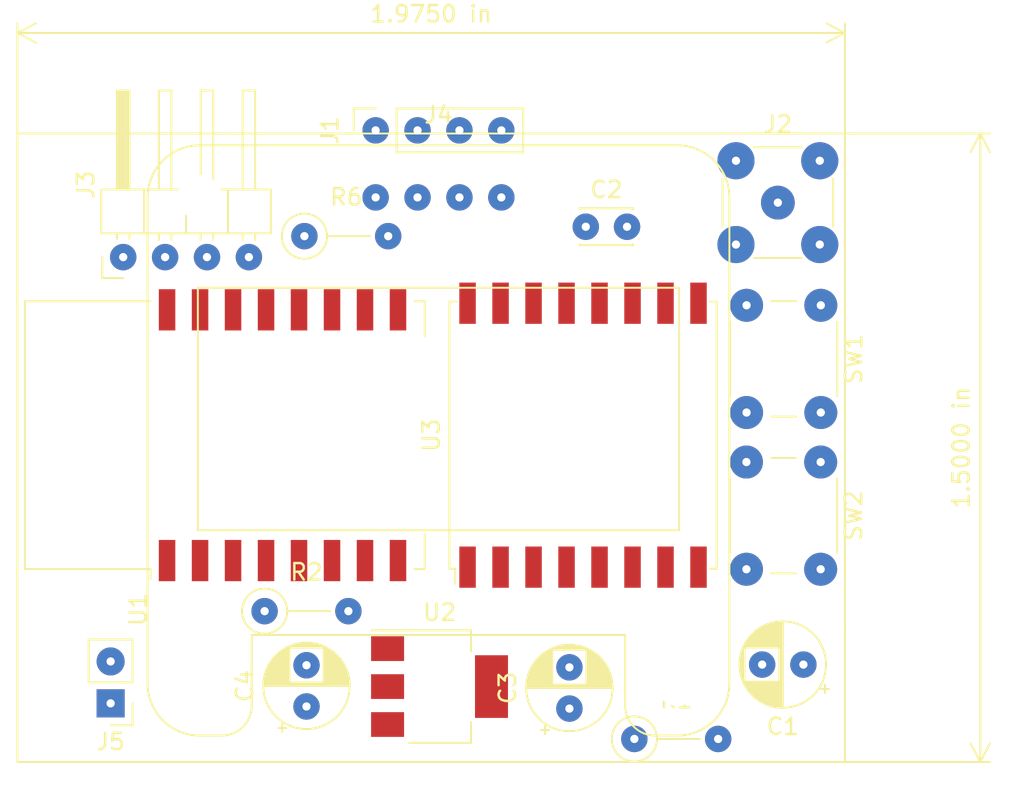
<source format=kicad_pcb>
(kicad_pcb (version 20171130) (host pcbnew "(5.1.2)-1")

  (general
    (thickness 1.6)
    (drawings 8)
    (tracks 1)
    (zones 0)
    (modules 17)
    (nets 24)
  )

  (page A4)
  (layers
    (0 F.Cu signal)
    (31 B.Cu signal)
    (32 B.Adhes user)
    (33 F.Adhes user)
    (34 B.Paste user)
    (35 F.Paste user)
    (36 B.SilkS user)
    (37 F.SilkS user)
    (38 B.Mask user)
    (39 F.Mask user)
    (40 Dwgs.User user)
    (41 Cmts.User user)
    (42 Eco1.User user)
    (43 Eco2.User user)
    (44 Edge.Cuts user)
    (45 Margin user)
    (46 B.CrtYd user)
    (47 F.CrtYd user)
    (48 B.Fab user)
    (49 F.Fab user)
  )

  (setup
    (last_trace_width 0.25)
    (trace_clearance 0.2)
    (zone_clearance 0.508)
    (zone_45_only no)
    (trace_min 0.2)
    (via_size 0.8)
    (via_drill 0.4)
    (via_min_size 0.4)
    (via_min_drill 0.3)
    (uvia_size 0.3)
    (uvia_drill 0.1)
    (uvias_allowed no)
    (uvia_min_size 0.2)
    (uvia_min_drill 0.1)
    (edge_width 0.05)
    (segment_width 0.2)
    (pcb_text_width 0.3)
    (pcb_text_size 1.5 1.5)
    (mod_edge_width 0.12)
    (mod_text_size 1 1)
    (mod_text_width 0.15)
    (pad_size 1.6 1.6)
    (pad_drill 0.5)
    (pad_to_mask_clearance 0.051)
    (solder_mask_min_width 0.25)
    (aux_axis_origin 0 0)
    (visible_elements FFFFFF7F)
    (pcbplotparams
      (layerselection 0x010fc_ffffffff)
      (usegerberextensions false)
      (usegerberattributes false)
      (usegerberadvancedattributes false)
      (creategerberjobfile false)
      (excludeedgelayer true)
      (linewidth 0.100000)
      (plotframeref false)
      (viasonmask false)
      (mode 1)
      (useauxorigin false)
      (hpglpennumber 1)
      (hpglpenspeed 20)
      (hpglpendiameter 15.000000)
      (psnegative false)
      (psa4output false)
      (plotreference true)
      (plotvalue true)
      (plotinvisibletext false)
      (padsonsilk false)
      (subtractmaskfromsilk false)
      (outputformat 1)
      (mirror false)
      (drillshape 1)
      (scaleselection 1)
      (outputdirectory ""))
  )

  (net 0 "")
  (net 1 /RST)
  (net 2 /GND)
  (net 3 /3V3)
  (net 4 /5V)
  (net 5 /SCL)
  (net 6 /SDA)
  (net 7 /ANT)
  (net 8 /TX)
  (net 9 /RX)
  (net 10 "Net-(R2-Pad2)")
  (net 11 /NSS)
  (net 12 /GPIO0)
  (net 13 "Net-(U1-Pad2)")
  (net 14 /SCK)
  (net 15 /MISO)
  (net 16 /MOSI)
  (net 17 /DIO1)
  (net 18 /DIO2)
  (net 19 "Net-(U3-Pad6)")
  (net 20 "Net-(U3-Pad7)")
  (net 21 "Net-(U3-Pad11)")
  (net 22 "Net-(U3-Pad12)")
  (net 23 "Net-(U3-Pad16)")

  (net_class Default "Esta es la clase de red por defecto."
    (clearance 0.2)
    (trace_width 0.25)
    (via_dia 0.8)
    (via_drill 0.4)
    (uvia_dia 0.3)
    (uvia_drill 0.1)
    (add_net /3V3)
    (add_net /5V)
    (add_net /ANT)
    (add_net /DIO1)
    (add_net /DIO2)
    (add_net /GND)
    (add_net /GPIO0)
    (add_net /MISO)
    (add_net /MOSI)
    (add_net /NSS)
    (add_net /RST)
    (add_net /RX)
    (add_net /SCK)
    (add_net /SCL)
    (add_net /SDA)
    (add_net /TX)
    (add_net "Net-(R2-Pad2)")
    (add_net "Net-(U1-Pad2)")
    (add_net "Net-(U3-Pad11)")
    (add_net "Net-(U3-Pad12)")
    (add_net "Net-(U3-Pad16)")
    (add_net "Net-(U3-Pad6)")
    (add_net "Net-(U3-Pad7)")
  )

  (module Display2:I2C_SSD1306 (layer F.Cu) (tedit 5D901DC6) (tstamp 5D90A5A8)
    (at 99.187 99.1235)
    (descr "Adafruit SSD1306 OLED 1.3 inch 128x64 I2C & SPI https://learn.adafruit.com/monochrome-oled-breakouts/downloads")
    (tags "Adafruit SSD1306 OLED 1.3 inch 128x64 I2C & SPI ")
    (path /5D982498)
    (fp_text reference J4 (at 8.89 -5) (layer F.SilkS)
      (effects (font (size 1 1) (thickness 0.15)))
    )
    (fp_text value OLED (at 8.89 30) (layer F.Fab)
      (effects (font (size 1 1) (thickness 0.15)))
    )
    (fp_line (start -0.78 -3.048) (end 0 -2.268) (layer F.Fab) (width 0.1))
    (fp_line (start -5.698 20.176) (end 23.478 20.176) (layer F.SilkS) (width 0.12))
    (fp_text user %R (at 8.89 14.732) (layer F.Fab)
      (effects (font (size 1 1) (thickness 0.15)))
    )
    (fp_line (start -5.588 5.588) (end 23.368 5.588) (layer F.Fab) (width 0.1))
    (fp_line (start -5.588 5.588) (end -5.588 20.066) (layer F.Fab) (width 0.1))
    (fp_line (start 22.018 32.622) (end 23.37 32.622) (layer F.SilkS) (width 0.12))
    (fp_arc (start 22.02 30.82) (end 20.07 30.82) (angle -90) (layer F.CrtYd) (width 0.05))
    (fp_line (start 20.07 26.68) (end 20.07 30.82) (layer F.CrtYd) (width 0.05))
    (fp_line (start -2.43 26.526) (end 20.21 26.526) (layer F.SilkS) (width 0.12))
    (fp_line (start 26.526 0) (end 26.526 29.464) (layer F.SilkS) (width 0.12))
    (fp_line (start 23.37 -3.3) (end -5.59 -3.3) (layer F.CrtYd) (width 0.05))
    (fp_arc (start -5.588 0) (end -5.59 -3.048) (angle -90) (layer F.Fab) (width 0.1))
    (fp_line (start -8.636 0) (end -8.636 29.464) (layer F.Fab) (width 0.1))
    (fp_arc (start -5.588 29.464) (end -8.636 29.462) (angle -90) (layer F.Fab) (width 0.1))
    (fp_line (start -2.54 26.416) (end -2.54 30.814) (layer F.Fab) (width 0.1))
    (fp_arc (start -4.238 30.814) (end -2.54 30.812) (angle 90) (layer F.Fab) (width 0.1))
    (fp_line (start -4.238 32.512) (end -5.59 32.512) (layer F.Fab) (width 0.1))
    (fp_line (start 23.368 5.588) (end 23.368 20.066) (layer F.Fab) (width 0.1))
    (fp_line (start -5.588 20.066) (end 23.368 20.066) (layer F.Fab) (width 0.1))
    (fp_line (start 26.416 0) (end 26.416 29.464) (layer F.Fab) (width 0.1))
    (fp_arc (start 23.368 29.464) (end 26.526 29.464) (angle 90) (layer F.SilkS) (width 0.12))
    (fp_line (start -4.24 32.77) (end -5.59 32.77) (layer F.CrtYd) (width 0.05))
    (fp_arc (start 22.018 30.814) (end 20.21 30.812) (angle -90) (layer F.SilkS) (width 0.12))
    (fp_line (start 20.21 26.526) (end 20.21 30.814) (layer F.SilkS) (width 0.12))
    (fp_line (start -2.29 26.68) (end 20.07 26.68) (layer F.CrtYd) (width 0.05))
    (fp_arc (start 23.368 0) (end 23.368 -3.158) (angle 90) (layer F.SilkS) (width 0.12))
    (fp_line (start 23.368 -3.158) (end -5.588 -3.158) (layer F.SilkS) (width 0.12))
    (fp_arc (start -5.588 0) (end -5.588 -3.158) (angle -90) (layer F.SilkS) (width 0.12))
    (fp_line (start -8.746 0) (end -8.746 29.464) (layer F.SilkS) (width 0.12))
    (fp_arc (start -5.588 29.464) (end -8.746 29.464) (angle -90) (layer F.SilkS) (width 0.12))
    (fp_line (start -4.238 32.622) (end -5.59 32.622) (layer F.SilkS) (width 0.12))
    (fp_arc (start -4.238 30.814) (end -2.43 30.812) (angle 90) (layer F.SilkS) (width 0.12))
    (fp_line (start -2.43 26.526) (end -2.43 30.814) (layer F.SilkS) (width 0.12))
    (fp_line (start -5.698 5.478) (end -5.698 20.176) (layer F.SilkS) (width 0.12))
    (fp_line (start 23.478 5.478) (end 23.478 20.176) (layer F.SilkS) (width 0.12))
    (fp_line (start -5.698 5.478) (end 23.478 5.478) (layer F.SilkS) (width 0.12))
    (fp_line (start 26.67 0) (end 26.67 29.47) (layer F.CrtYd) (width 0.05))
    (fp_arc (start 23.368 0) (end 23.368 -3.048) (angle 90) (layer F.Fab) (width 0.1))
    (fp_line (start 23.368 -3.048) (end -5.588 -3.048) (layer F.Fab) (width 0.1))
    (fp_arc (start 23.37 0) (end 23.37 -3.3) (angle 90) (layer F.CrtYd) (width 0.05))
    (fp_arc (start 23.368 29.464) (end 26.416 29.464) (angle 90) (layer F.Fab) (width 0.1))
    (fp_arc (start 23.37 29.47) (end 23.37 32.77) (angle -90) (layer F.CrtYd) (width 0.05))
    (fp_line (start 22.018 32.512) (end 23.37 32.512) (layer F.Fab) (width 0.1))
    (fp_arc (start 22.018 30.814) (end 20.32 30.812) (angle -90) (layer F.Fab) (width 0.1))
    (fp_line (start 20.32 26.416) (end 20.32 30.814) (layer F.Fab) (width 0.1))
    (fp_line (start -2.54 26.416) (end 20.32 26.416) (layer F.Fab) (width 0.1))
    (fp_line (start 0 -2.268) (end 0.78 -3.048) (layer F.Fab) (width 0.1))
    (fp_arc (start -5.59 0) (end -5.59 -3.3) (angle -90) (layer F.CrtYd) (width 0.05))
    (fp_line (start -8.89 0) (end -8.89 29.47) (layer F.CrtYd) (width 0.05))
    (fp_arc (start -5.59 29.47) (end -5.59 32.77) (angle 90) (layer F.CrtYd) (width 0.05))
    (fp_line (start 22.02 32.77) (end 23.37 32.77) (layer F.CrtYd) (width 0.05))
    (fp_arc (start -4.24 30.82) (end -2.29 30.82) (angle 90) (layer F.CrtYd) (width 0.05))
    (fp_line (start -2.29 26.68) (end -2.29 30.82) (layer F.CrtYd) (width 0.05))
    (pad "" np_thru_hole circle (at -5.588 0) (size 2.7 2.7) (drill 2.7) (layers *.Cu *.Mask))
    (pad "" np_thru_hole circle (at 23.368 29.464) (size 2.7 2.7) (drill 2.7) (layers *.Cu *.Mask))
    (pad "" np_thru_hole circle (at -5.588 29.464) (size 2.7 2.7) (drill 2.7) (layers *.Cu *.Mask))
    (pad "" np_thru_hole circle (at 23.368 0) (size 2.7 2.7) (drill 2.7) (layers *.Cu *.Mask))
    (pad 1 thru_hole circle (at 5.08 0) (size 1.6 1.6) (drill 0.5) (layers *.Cu *.Mask)
      (net 3 /3V3))
    (pad 2 thru_hole circle (at 7.62 0) (size 1.6 1.6) (drill 0.5) (layers *.Cu *.Mask)
      (net 2 /GND))
    (pad 3 thru_hole circle (at 10.16 0) (size 1.6 1.6) (drill 0.5) (layers *.Cu *.Mask)
      (net 5 /SCL))
    (pad 4 thru_hole circle (at 12.7 0) (size 1.6 1.6) (drill 0.5) (layers *.Cu *.Mask)
      (net 6 /SDA))
    (model ${KISYS3DMOD}/Display.3dshapes/Adafruit_SSD1306.wrl
      (at (xyz 0 0 0))
      (scale (xyz 1 1 1))
      (rotate (xyz 0 0 0))
    )
  )

  (module Connector_Coaxial:SMA_Amphenol_901-144_Vertical (layer F.Cu) (tedit 5D902096) (tstamp 5D908CBC)
    (at 128.651 99.441)
    (descr https://www.amphenolrf.com/downloads/dl/file/id/7023/product/3103/901_144_customer_drawing.pdf)
    (tags "SMA THT Female Jack Vertical")
    (path /5D96C96E)
    (fp_text reference J2 (at 0 -4.75) (layer F.SilkS)
      (effects (font (size 1 1) (thickness 0.15)))
    )
    (fp_text value Conn_Coaxial (at 0 5) (layer F.Fab)
      (effects (font (size 1 1) (thickness 0.15)))
    )
    (fp_circle (center 0 0) (end 3.175 0) (layer F.Fab) (width 0.1))
    (fp_line (start 4.17 4.17) (end -4.17 4.17) (layer F.CrtYd) (width 0.05))
    (fp_line (start 4.17 4.17) (end 4.17 -4.17) (layer F.CrtYd) (width 0.05))
    (fp_line (start -4.17 -4.17) (end -4.17 4.17) (layer F.CrtYd) (width 0.05))
    (fp_line (start -4.17 -4.17) (end 4.17 -4.17) (layer F.CrtYd) (width 0.05))
    (fp_line (start -3.175 -3.175) (end 3.175 -3.175) (layer F.Fab) (width 0.1))
    (fp_line (start -3.175 -3.175) (end -3.175 3.175) (layer F.Fab) (width 0.1))
    (fp_line (start -3.175 3.175) (end 3.175 3.175) (layer F.Fab) (width 0.1))
    (fp_line (start 3.175 -3.175) (end 3.175 3.175) (layer F.Fab) (width 0.1))
    (fp_line (start -3.355 -1.45) (end -3.355 1.45) (layer F.SilkS) (width 0.12))
    (fp_line (start 3.355 -1.45) (end 3.355 1.45) (layer F.SilkS) (width 0.12))
    (fp_line (start -1.45 3.355) (end 1.45 3.355) (layer F.SilkS) (width 0.12))
    (fp_line (start -1.45 -3.355) (end 1.45 -3.355) (layer F.SilkS) (width 0.12))
    (fp_text user %R (at 0 0) (layer F.Fab)
      (effects (font (size 1 1) (thickness 0.15)))
    )
    (pad 1 thru_hole circle (at 0 0) (size 2.05 2.05) (drill 0.5) (layers *.Cu *.Mask)
      (net 7 /ANT))
    (pad 2 thru_hole circle (at 2.54 2.54) (size 2.25 2.25) (drill 0.5) (layers *.Cu *.Mask)
      (net 2 /GND))
    (pad 2 thru_hole circle (at 2.54 -2.54) (size 2.25 2.25) (drill 0.5) (layers *.Cu *.Mask)
      (net 2 /GND))
    (pad 2 thru_hole circle (at -2.54 -2.54) (size 2.25 2.25) (drill 0.5) (layers *.Cu *.Mask)
      (net 2 /GND))
    (pad 2 thru_hole circle (at -2.54 2.54) (size 2.25 2.25) (drill 0.5) (layers *.Cu *.Mask)
      (net 2 /GND))
    (model ${KISYS3DMOD}/Connector_Coaxial.3dshapes/SMA_Amphenol_901-144_Vertical.wrl
      (at (xyz 0 0 0))
      (scale (xyz 1 1 1))
      (rotate (xyz 0 0 0))
    )
  )

  (module RF_Module:HOPERF_RFM9XW_SMD (layer F.Cu) (tedit 5D9021EC) (tstamp 5D908E45)
    (at 116.84 113.538 90)
    (descr "Low Power Long Range Transceiver Module SMD-16 (https://www.hoperf.com/data/upload/portal/20181127/5bfcbea20e9ef.pdf)")
    (tags "LoRa Low Power Long Range Transceiver Module")
    (path /5D90EBDF)
    (attr smd)
    (fp_text reference U3 (at 0 -9.2 90) (layer F.SilkS)
      (effects (font (size 1 1) (thickness 0.15)))
    )
    (fp_text value RFM95W (at 0 9.5 90) (layer F.Fab)
      (effects (font (size 1 1) (thickness 0.15)))
    )
    (fp_line (start -7 -8) (end 8 -8) (layer F.Fab) (width 0.1))
    (fp_line (start 8 8) (end 8 -8) (layer F.Fab) (width 0.1))
    (fp_line (start -8 8) (end 8 8) (layer F.Fab) (width 0.1))
    (fp_line (start -8 8) (end -8 -7) (layer F.Fab) (width 0.1))
    (fp_text user %R (at 0 0 90) (layer F.Fab)
      (effects (font (size 1 1) (thickness 0.15)))
    )
    (fp_line (start -9.25 -8.25) (end 9.25 -8.25) (layer F.CrtYd) (width 0.05))
    (fp_line (start 9.25 -8.25) (end 9.25 8.25) (layer F.CrtYd) (width 0.05))
    (fp_line (start -9.25 8.25) (end 9.25 8.25) (layer F.CrtYd) (width 0.05))
    (fp_line (start -9.25 8.25) (end -9.25 -8.25) (layer F.CrtYd) (width 0.05))
    (fp_line (start -8.1 -8.1) (end 8.1 -8.1) (layer F.SilkS) (width 0.12))
    (fp_line (start 8.1 -8.1) (end 8.1 -7.7) (layer F.SilkS) (width 0.12))
    (fp_line (start -8.1 7.7) (end -8.1 8.1) (layer F.SilkS) (width 0.12))
    (fp_line (start -8.1 8.1) (end 8.1 8.1) (layer F.SilkS) (width 0.12))
    (fp_line (start 8.1 8.1) (end 8.1 7.7) (layer F.SilkS) (width 0.12))
    (fp_line (start -8.1 -8.1) (end -8.1 -7.75) (layer F.SilkS) (width 0.12))
    (fp_line (start -8.1 -7.75) (end -9 -7.75) (layer F.SilkS) (width 0.12))
    (fp_line (start -7 -8) (end -8 -7) (layer F.Fab) (width 0.1))
    (pad 1 smd rect (at -8 -7 90) (size 2.5 1) (layers F.Cu F.Paste F.Mask)
      (net 2 /GND))
    (pad 2 smd rect (at -8 -5 90) (size 2.5 1) (layers F.Cu F.Paste F.Mask)
      (net 15 /MISO))
    (pad 3 smd rect (at -8 -3 90) (size 2.5 1) (layers F.Cu F.Paste F.Mask)
      (net 16 /MOSI))
    (pad 4 smd rect (at -8 -1 90) (size 2.5 1) (layers F.Cu F.Paste F.Mask)
      (net 14 /SCK))
    (pad 5 smd rect (at -8 1 90) (size 2.5 1) (layers F.Cu F.Paste F.Mask)
      (net 11 /NSS))
    (pad 6 smd rect (at -8 3 90) (size 2.5 1) (layers F.Cu F.Paste F.Mask)
      (net 19 "Net-(U3-Pad6)"))
    (pad 7 smd rect (at -8 5 90) (size 2.5 1) (layers F.Cu F.Paste F.Mask)
      (net 20 "Net-(U3-Pad7)"))
    (pad 8 smd rect (at -8 7 90) (size 2.5 1) (layers F.Cu F.Paste F.Mask)
      (net 2 /GND))
    (pad 9 smd rect (at 8 7 90) (size 2.5 1) (layers F.Cu F.Paste F.Mask)
      (net 7 /ANT))
    (pad 10 smd rect (at 8 5 90) (size 2.5 1) (layers F.Cu F.Paste F.Mask)
      (net 2 /GND))
    (pad 11 smd rect (at 8 3 90) (size 2.5 1) (layers F.Cu F.Paste F.Mask)
      (net 21 "Net-(U3-Pad11)"))
    (pad 12 smd rect (at 8 1 90) (size 2.5 1) (layers F.Cu F.Paste F.Mask)
      (net 22 "Net-(U3-Pad12)"))
    (pad 13 smd rect (at 8 -1 90) (size 2.5 1) (layers F.Cu F.Paste F.Mask)
      (net 3 /3V3))
    (pad 14 smd rect (at 8 -3 90) (size 2.5 1) (layers F.Cu F.Paste F.Mask)
      (net 18 /DIO2))
    (pad 15 smd rect (at 8 -5 90) (size 2.5 1) (layers F.Cu F.Paste F.Mask)
      (net 17 /DIO1))
    (pad 16 smd rect (at 8 -7 90) (size 2.5 1) (layers F.Cu F.Paste F.Mask)
      (net 23 "Net-(U3-Pad16)"))
    (model ${KISYS3DMOD}/RF_Module.3dshapes/HOPERF_RFM9XW_SMD.wrl
      (at (xyz 0 0 0))
      (scale (xyz 1 1 1))
      (rotate (xyz 0 0 0))
    )
  )

  (module Capacitor_THT:CP_Radial_D5.0mm_P2.50mm (layer F.Cu) (tedit 5AE50EF0) (tstamp 5D908B70)
    (at 130.1985 127.4445 180)
    (descr "CP, Radial series, Radial, pin pitch=2.50mm, , diameter=5mm, Electrolytic Capacitor")
    (tags "CP Radial series Radial pin pitch 2.50mm  diameter 5mm Electrolytic Capacitor")
    (path /5D7A3683)
    (fp_text reference C1 (at 1.25 -3.75) (layer F.SilkS)
      (effects (font (size 1 1) (thickness 0.15)))
    )
    (fp_text value 100nF (at 1.25 3.75) (layer F.Fab)
      (effects (font (size 1 1) (thickness 0.15)))
    )
    (fp_circle (center 1.25 0) (end 3.75 0) (layer F.Fab) (width 0.1))
    (fp_circle (center 1.25 0) (end 3.87 0) (layer F.SilkS) (width 0.12))
    (fp_circle (center 1.25 0) (end 4 0) (layer F.CrtYd) (width 0.05))
    (fp_line (start -0.883605 -1.0875) (end -0.383605 -1.0875) (layer F.Fab) (width 0.1))
    (fp_line (start -0.633605 -1.3375) (end -0.633605 -0.8375) (layer F.Fab) (width 0.1))
    (fp_line (start 1.25 -2.58) (end 1.25 2.58) (layer F.SilkS) (width 0.12))
    (fp_line (start 1.29 -2.58) (end 1.29 2.58) (layer F.SilkS) (width 0.12))
    (fp_line (start 1.33 -2.579) (end 1.33 2.579) (layer F.SilkS) (width 0.12))
    (fp_line (start 1.37 -2.578) (end 1.37 2.578) (layer F.SilkS) (width 0.12))
    (fp_line (start 1.41 -2.576) (end 1.41 2.576) (layer F.SilkS) (width 0.12))
    (fp_line (start 1.45 -2.573) (end 1.45 2.573) (layer F.SilkS) (width 0.12))
    (fp_line (start 1.49 -2.569) (end 1.49 -1.04) (layer F.SilkS) (width 0.12))
    (fp_line (start 1.49 1.04) (end 1.49 2.569) (layer F.SilkS) (width 0.12))
    (fp_line (start 1.53 -2.565) (end 1.53 -1.04) (layer F.SilkS) (width 0.12))
    (fp_line (start 1.53 1.04) (end 1.53 2.565) (layer F.SilkS) (width 0.12))
    (fp_line (start 1.57 -2.561) (end 1.57 -1.04) (layer F.SilkS) (width 0.12))
    (fp_line (start 1.57 1.04) (end 1.57 2.561) (layer F.SilkS) (width 0.12))
    (fp_line (start 1.61 -2.556) (end 1.61 -1.04) (layer F.SilkS) (width 0.12))
    (fp_line (start 1.61 1.04) (end 1.61 2.556) (layer F.SilkS) (width 0.12))
    (fp_line (start 1.65 -2.55) (end 1.65 -1.04) (layer F.SilkS) (width 0.12))
    (fp_line (start 1.65 1.04) (end 1.65 2.55) (layer F.SilkS) (width 0.12))
    (fp_line (start 1.69 -2.543) (end 1.69 -1.04) (layer F.SilkS) (width 0.12))
    (fp_line (start 1.69 1.04) (end 1.69 2.543) (layer F.SilkS) (width 0.12))
    (fp_line (start 1.73 -2.536) (end 1.73 -1.04) (layer F.SilkS) (width 0.12))
    (fp_line (start 1.73 1.04) (end 1.73 2.536) (layer F.SilkS) (width 0.12))
    (fp_line (start 1.77 -2.528) (end 1.77 -1.04) (layer F.SilkS) (width 0.12))
    (fp_line (start 1.77 1.04) (end 1.77 2.528) (layer F.SilkS) (width 0.12))
    (fp_line (start 1.81 -2.52) (end 1.81 -1.04) (layer F.SilkS) (width 0.12))
    (fp_line (start 1.81 1.04) (end 1.81 2.52) (layer F.SilkS) (width 0.12))
    (fp_line (start 1.85 -2.511) (end 1.85 -1.04) (layer F.SilkS) (width 0.12))
    (fp_line (start 1.85 1.04) (end 1.85 2.511) (layer F.SilkS) (width 0.12))
    (fp_line (start 1.89 -2.501) (end 1.89 -1.04) (layer F.SilkS) (width 0.12))
    (fp_line (start 1.89 1.04) (end 1.89 2.501) (layer F.SilkS) (width 0.12))
    (fp_line (start 1.93 -2.491) (end 1.93 -1.04) (layer F.SilkS) (width 0.12))
    (fp_line (start 1.93 1.04) (end 1.93 2.491) (layer F.SilkS) (width 0.12))
    (fp_line (start 1.971 -2.48) (end 1.971 -1.04) (layer F.SilkS) (width 0.12))
    (fp_line (start 1.971 1.04) (end 1.971 2.48) (layer F.SilkS) (width 0.12))
    (fp_line (start 2.011 -2.468) (end 2.011 -1.04) (layer F.SilkS) (width 0.12))
    (fp_line (start 2.011 1.04) (end 2.011 2.468) (layer F.SilkS) (width 0.12))
    (fp_line (start 2.051 -2.455) (end 2.051 -1.04) (layer F.SilkS) (width 0.12))
    (fp_line (start 2.051 1.04) (end 2.051 2.455) (layer F.SilkS) (width 0.12))
    (fp_line (start 2.091 -2.442) (end 2.091 -1.04) (layer F.SilkS) (width 0.12))
    (fp_line (start 2.091 1.04) (end 2.091 2.442) (layer F.SilkS) (width 0.12))
    (fp_line (start 2.131 -2.428) (end 2.131 -1.04) (layer F.SilkS) (width 0.12))
    (fp_line (start 2.131 1.04) (end 2.131 2.428) (layer F.SilkS) (width 0.12))
    (fp_line (start 2.171 -2.414) (end 2.171 -1.04) (layer F.SilkS) (width 0.12))
    (fp_line (start 2.171 1.04) (end 2.171 2.414) (layer F.SilkS) (width 0.12))
    (fp_line (start 2.211 -2.398) (end 2.211 -1.04) (layer F.SilkS) (width 0.12))
    (fp_line (start 2.211 1.04) (end 2.211 2.398) (layer F.SilkS) (width 0.12))
    (fp_line (start 2.251 -2.382) (end 2.251 -1.04) (layer F.SilkS) (width 0.12))
    (fp_line (start 2.251 1.04) (end 2.251 2.382) (layer F.SilkS) (width 0.12))
    (fp_line (start 2.291 -2.365) (end 2.291 -1.04) (layer F.SilkS) (width 0.12))
    (fp_line (start 2.291 1.04) (end 2.291 2.365) (layer F.SilkS) (width 0.12))
    (fp_line (start 2.331 -2.348) (end 2.331 -1.04) (layer F.SilkS) (width 0.12))
    (fp_line (start 2.331 1.04) (end 2.331 2.348) (layer F.SilkS) (width 0.12))
    (fp_line (start 2.371 -2.329) (end 2.371 -1.04) (layer F.SilkS) (width 0.12))
    (fp_line (start 2.371 1.04) (end 2.371 2.329) (layer F.SilkS) (width 0.12))
    (fp_line (start 2.411 -2.31) (end 2.411 -1.04) (layer F.SilkS) (width 0.12))
    (fp_line (start 2.411 1.04) (end 2.411 2.31) (layer F.SilkS) (width 0.12))
    (fp_line (start 2.451 -2.29) (end 2.451 -1.04) (layer F.SilkS) (width 0.12))
    (fp_line (start 2.451 1.04) (end 2.451 2.29) (layer F.SilkS) (width 0.12))
    (fp_line (start 2.491 -2.268) (end 2.491 -1.04) (layer F.SilkS) (width 0.12))
    (fp_line (start 2.491 1.04) (end 2.491 2.268) (layer F.SilkS) (width 0.12))
    (fp_line (start 2.531 -2.247) (end 2.531 -1.04) (layer F.SilkS) (width 0.12))
    (fp_line (start 2.531 1.04) (end 2.531 2.247) (layer F.SilkS) (width 0.12))
    (fp_line (start 2.571 -2.224) (end 2.571 -1.04) (layer F.SilkS) (width 0.12))
    (fp_line (start 2.571 1.04) (end 2.571 2.224) (layer F.SilkS) (width 0.12))
    (fp_line (start 2.611 -2.2) (end 2.611 -1.04) (layer F.SilkS) (width 0.12))
    (fp_line (start 2.611 1.04) (end 2.611 2.2) (layer F.SilkS) (width 0.12))
    (fp_line (start 2.651 -2.175) (end 2.651 -1.04) (layer F.SilkS) (width 0.12))
    (fp_line (start 2.651 1.04) (end 2.651 2.175) (layer F.SilkS) (width 0.12))
    (fp_line (start 2.691 -2.149) (end 2.691 -1.04) (layer F.SilkS) (width 0.12))
    (fp_line (start 2.691 1.04) (end 2.691 2.149) (layer F.SilkS) (width 0.12))
    (fp_line (start 2.731 -2.122) (end 2.731 -1.04) (layer F.SilkS) (width 0.12))
    (fp_line (start 2.731 1.04) (end 2.731 2.122) (layer F.SilkS) (width 0.12))
    (fp_line (start 2.771 -2.095) (end 2.771 -1.04) (layer F.SilkS) (width 0.12))
    (fp_line (start 2.771 1.04) (end 2.771 2.095) (layer F.SilkS) (width 0.12))
    (fp_line (start 2.811 -2.065) (end 2.811 -1.04) (layer F.SilkS) (width 0.12))
    (fp_line (start 2.811 1.04) (end 2.811 2.065) (layer F.SilkS) (width 0.12))
    (fp_line (start 2.851 -2.035) (end 2.851 -1.04) (layer F.SilkS) (width 0.12))
    (fp_line (start 2.851 1.04) (end 2.851 2.035) (layer F.SilkS) (width 0.12))
    (fp_line (start 2.891 -2.004) (end 2.891 -1.04) (layer F.SilkS) (width 0.12))
    (fp_line (start 2.891 1.04) (end 2.891 2.004) (layer F.SilkS) (width 0.12))
    (fp_line (start 2.931 -1.971) (end 2.931 -1.04) (layer F.SilkS) (width 0.12))
    (fp_line (start 2.931 1.04) (end 2.931 1.971) (layer F.SilkS) (width 0.12))
    (fp_line (start 2.971 -1.937) (end 2.971 -1.04) (layer F.SilkS) (width 0.12))
    (fp_line (start 2.971 1.04) (end 2.971 1.937) (layer F.SilkS) (width 0.12))
    (fp_line (start 3.011 -1.901) (end 3.011 -1.04) (layer F.SilkS) (width 0.12))
    (fp_line (start 3.011 1.04) (end 3.011 1.901) (layer F.SilkS) (width 0.12))
    (fp_line (start 3.051 -1.864) (end 3.051 -1.04) (layer F.SilkS) (width 0.12))
    (fp_line (start 3.051 1.04) (end 3.051 1.864) (layer F.SilkS) (width 0.12))
    (fp_line (start 3.091 -1.826) (end 3.091 -1.04) (layer F.SilkS) (width 0.12))
    (fp_line (start 3.091 1.04) (end 3.091 1.826) (layer F.SilkS) (width 0.12))
    (fp_line (start 3.131 -1.785) (end 3.131 -1.04) (layer F.SilkS) (width 0.12))
    (fp_line (start 3.131 1.04) (end 3.131 1.785) (layer F.SilkS) (width 0.12))
    (fp_line (start 3.171 -1.743) (end 3.171 -1.04) (layer F.SilkS) (width 0.12))
    (fp_line (start 3.171 1.04) (end 3.171 1.743) (layer F.SilkS) (width 0.12))
    (fp_line (start 3.211 -1.699) (end 3.211 -1.04) (layer F.SilkS) (width 0.12))
    (fp_line (start 3.211 1.04) (end 3.211 1.699) (layer F.SilkS) (width 0.12))
    (fp_line (start 3.251 -1.653) (end 3.251 -1.04) (layer F.SilkS) (width 0.12))
    (fp_line (start 3.251 1.04) (end 3.251 1.653) (layer F.SilkS) (width 0.12))
    (fp_line (start 3.291 -1.605) (end 3.291 -1.04) (layer F.SilkS) (width 0.12))
    (fp_line (start 3.291 1.04) (end 3.291 1.605) (layer F.SilkS) (width 0.12))
    (fp_line (start 3.331 -1.554) (end 3.331 -1.04) (layer F.SilkS) (width 0.12))
    (fp_line (start 3.331 1.04) (end 3.331 1.554) (layer F.SilkS) (width 0.12))
    (fp_line (start 3.371 -1.5) (end 3.371 -1.04) (layer F.SilkS) (width 0.12))
    (fp_line (start 3.371 1.04) (end 3.371 1.5) (layer F.SilkS) (width 0.12))
    (fp_line (start 3.411 -1.443) (end 3.411 -1.04) (layer F.SilkS) (width 0.12))
    (fp_line (start 3.411 1.04) (end 3.411 1.443) (layer F.SilkS) (width 0.12))
    (fp_line (start 3.451 -1.383) (end 3.451 -1.04) (layer F.SilkS) (width 0.12))
    (fp_line (start 3.451 1.04) (end 3.451 1.383) (layer F.SilkS) (width 0.12))
    (fp_line (start 3.491 -1.319) (end 3.491 -1.04) (layer F.SilkS) (width 0.12))
    (fp_line (start 3.491 1.04) (end 3.491 1.319) (layer F.SilkS) (width 0.12))
    (fp_line (start 3.531 -1.251) (end 3.531 -1.04) (layer F.SilkS) (width 0.12))
    (fp_line (start 3.531 1.04) (end 3.531 1.251) (layer F.SilkS) (width 0.12))
    (fp_line (start 3.571 -1.178) (end 3.571 1.178) (layer F.SilkS) (width 0.12))
    (fp_line (start 3.611 -1.098) (end 3.611 1.098) (layer F.SilkS) (width 0.12))
    (fp_line (start 3.651 -1.011) (end 3.651 1.011) (layer F.SilkS) (width 0.12))
    (fp_line (start 3.691 -0.915) (end 3.691 0.915) (layer F.SilkS) (width 0.12))
    (fp_line (start 3.731 -0.805) (end 3.731 0.805) (layer F.SilkS) (width 0.12))
    (fp_line (start 3.771 -0.677) (end 3.771 0.677) (layer F.SilkS) (width 0.12))
    (fp_line (start 3.811 -0.518) (end 3.811 0.518) (layer F.SilkS) (width 0.12))
    (fp_line (start 3.851 -0.284) (end 3.851 0.284) (layer F.SilkS) (width 0.12))
    (fp_line (start -1.554775 -1.475) (end -1.054775 -1.475) (layer F.SilkS) (width 0.12))
    (fp_line (start -1.304775 -1.725) (end -1.304775 -1.225) (layer F.SilkS) (width 0.12))
    (fp_text user %R (at 1.25 0) (layer F.Fab)
      (effects (font (size 1 1) (thickness 0.15)))
    )
    (pad 1 thru_hole circle (at 0 0 180) (size 1.6 1.6) (drill 0.5) (layers *.Cu *.Mask)
      (net 1 /RST))
    (pad 2 thru_hole circle (at 2.5 0 180) (size 1.6 1.6) (drill 0.5) (layers *.Cu *.Mask)
      (net 2 /GND))
    (model ${KISYS3DMOD}/Capacitor_THT.3dshapes/CP_Radial_D5.0mm_P2.50mm.wrl
      (at (xyz 0 0 0))
      (scale (xyz 1 1 1))
      (rotate (xyz 0 0 0))
    )
  )

  (module Capacitor_THT:C_Disc_D3.0mm_W2.0mm_P2.50mm (layer F.Cu) (tedit 5D902258) (tstamp 5D908B85)
    (at 117.007 100.9015)
    (descr "C, Disc series, Radial, pin pitch=2.50mm, , diameter*width=3*2mm^2, Capacitor")
    (tags "C Disc series Radial pin pitch 2.50mm  diameter 3mm width 2mm Capacitor")
    (path /5D7A5163)
    (fp_text reference C2 (at 1.25 -2.25) (layer F.SilkS)
      (effects (font (size 1 1) (thickness 0.15)))
    )
    (fp_text value "100 nF" (at 1.25 2.25) (layer F.Fab)
      (effects (font (size 1 1) (thickness 0.15)))
    )
    (fp_text user %R (at 1.25 0) (layer F.Fab)
      (effects (font (size 0.6 0.6) (thickness 0.09)))
    )
    (fp_line (start 3.55 -1.25) (end -1.05 -1.25) (layer F.CrtYd) (width 0.05))
    (fp_line (start 3.55 1.25) (end 3.55 -1.25) (layer F.CrtYd) (width 0.05))
    (fp_line (start -1.05 1.25) (end 3.55 1.25) (layer F.CrtYd) (width 0.05))
    (fp_line (start -1.05 -1.25) (end -1.05 1.25) (layer F.CrtYd) (width 0.05))
    (fp_line (start 2.87 1.055) (end 2.87 1.12) (layer F.SilkS) (width 0.12))
    (fp_line (start 2.87 -1.12) (end 2.87 -1.055) (layer F.SilkS) (width 0.12))
    (fp_line (start -0.37 1.055) (end -0.37 1.12) (layer F.SilkS) (width 0.12))
    (fp_line (start -0.37 -1.12) (end -0.37 -1.055) (layer F.SilkS) (width 0.12))
    (fp_line (start -0.37 1.12) (end 2.87 1.12) (layer F.SilkS) (width 0.12))
    (fp_line (start -0.37 -1.12) (end 2.87 -1.12) (layer F.SilkS) (width 0.12))
    (fp_line (start 2.75 -1) (end -0.25 -1) (layer F.Fab) (width 0.1))
    (fp_line (start 2.75 1) (end 2.75 -1) (layer F.Fab) (width 0.1))
    (fp_line (start -0.25 1) (end 2.75 1) (layer F.Fab) (width 0.1))
    (fp_line (start -0.25 -1) (end -0.25 1) (layer F.Fab) (width 0.1))
    (pad 2 thru_hole circle (at 2.5 0) (size 1.6 1.6) (drill 0.5) (layers *.Cu *.Mask)
      (net 2 /GND))
    (pad 1 thru_hole circle (at 0 0) (size 1.6 1.6) (drill 0.5) (layers *.Cu *.Mask)
      (net 3 /3V3))
    (model ${KISYS3DMOD}/Capacitor_THT.3dshapes/C_Disc_D3.0mm_W2.0mm_P2.50mm.wrl
      (at (xyz 0 0 0))
      (scale (xyz 1 1 1))
      (rotate (xyz 0 0 0))
    )
  )

  (module Capacitor_THT:CP_Radial_D5.0mm_P2.50mm (layer F.Cu) (tedit 5AE50EF0) (tstamp 5D908C09)
    (at 116.0145 130.1115 90)
    (descr "CP, Radial series, Radial, pin pitch=2.50mm, , diameter=5mm, Electrolytic Capacitor")
    (tags "CP Radial series Radial pin pitch 2.50mm  diameter 5mm Electrolytic Capacitor")
    (path /5D7AB693)
    (fp_text reference C3 (at 1.25 -3.75 90) (layer F.SilkS)
      (effects (font (size 1 1) (thickness 0.15)))
    )
    (fp_text value 100nF (at 1.25 3.75 90) (layer F.Fab)
      (effects (font (size 1 1) (thickness 0.15)))
    )
    (fp_circle (center 1.25 0) (end 3.75 0) (layer F.Fab) (width 0.1))
    (fp_circle (center 1.25 0) (end 3.87 0) (layer F.SilkS) (width 0.12))
    (fp_circle (center 1.25 0) (end 4 0) (layer F.CrtYd) (width 0.05))
    (fp_line (start -0.883605 -1.0875) (end -0.383605 -1.0875) (layer F.Fab) (width 0.1))
    (fp_line (start -0.633605 -1.3375) (end -0.633605 -0.8375) (layer F.Fab) (width 0.1))
    (fp_line (start 1.25 -2.58) (end 1.25 2.58) (layer F.SilkS) (width 0.12))
    (fp_line (start 1.29 -2.58) (end 1.29 2.58) (layer F.SilkS) (width 0.12))
    (fp_line (start 1.33 -2.579) (end 1.33 2.579) (layer F.SilkS) (width 0.12))
    (fp_line (start 1.37 -2.578) (end 1.37 2.578) (layer F.SilkS) (width 0.12))
    (fp_line (start 1.41 -2.576) (end 1.41 2.576) (layer F.SilkS) (width 0.12))
    (fp_line (start 1.45 -2.573) (end 1.45 2.573) (layer F.SilkS) (width 0.12))
    (fp_line (start 1.49 -2.569) (end 1.49 -1.04) (layer F.SilkS) (width 0.12))
    (fp_line (start 1.49 1.04) (end 1.49 2.569) (layer F.SilkS) (width 0.12))
    (fp_line (start 1.53 -2.565) (end 1.53 -1.04) (layer F.SilkS) (width 0.12))
    (fp_line (start 1.53 1.04) (end 1.53 2.565) (layer F.SilkS) (width 0.12))
    (fp_line (start 1.57 -2.561) (end 1.57 -1.04) (layer F.SilkS) (width 0.12))
    (fp_line (start 1.57 1.04) (end 1.57 2.561) (layer F.SilkS) (width 0.12))
    (fp_line (start 1.61 -2.556) (end 1.61 -1.04) (layer F.SilkS) (width 0.12))
    (fp_line (start 1.61 1.04) (end 1.61 2.556) (layer F.SilkS) (width 0.12))
    (fp_line (start 1.65 -2.55) (end 1.65 -1.04) (layer F.SilkS) (width 0.12))
    (fp_line (start 1.65 1.04) (end 1.65 2.55) (layer F.SilkS) (width 0.12))
    (fp_line (start 1.69 -2.543) (end 1.69 -1.04) (layer F.SilkS) (width 0.12))
    (fp_line (start 1.69 1.04) (end 1.69 2.543) (layer F.SilkS) (width 0.12))
    (fp_line (start 1.73 -2.536) (end 1.73 -1.04) (layer F.SilkS) (width 0.12))
    (fp_line (start 1.73 1.04) (end 1.73 2.536) (layer F.SilkS) (width 0.12))
    (fp_line (start 1.77 -2.528) (end 1.77 -1.04) (layer F.SilkS) (width 0.12))
    (fp_line (start 1.77 1.04) (end 1.77 2.528) (layer F.SilkS) (width 0.12))
    (fp_line (start 1.81 -2.52) (end 1.81 -1.04) (layer F.SilkS) (width 0.12))
    (fp_line (start 1.81 1.04) (end 1.81 2.52) (layer F.SilkS) (width 0.12))
    (fp_line (start 1.85 -2.511) (end 1.85 -1.04) (layer F.SilkS) (width 0.12))
    (fp_line (start 1.85 1.04) (end 1.85 2.511) (layer F.SilkS) (width 0.12))
    (fp_line (start 1.89 -2.501) (end 1.89 -1.04) (layer F.SilkS) (width 0.12))
    (fp_line (start 1.89 1.04) (end 1.89 2.501) (layer F.SilkS) (width 0.12))
    (fp_line (start 1.93 -2.491) (end 1.93 -1.04) (layer F.SilkS) (width 0.12))
    (fp_line (start 1.93 1.04) (end 1.93 2.491) (layer F.SilkS) (width 0.12))
    (fp_line (start 1.971 -2.48) (end 1.971 -1.04) (layer F.SilkS) (width 0.12))
    (fp_line (start 1.971 1.04) (end 1.971 2.48) (layer F.SilkS) (width 0.12))
    (fp_line (start 2.011 -2.468) (end 2.011 -1.04) (layer F.SilkS) (width 0.12))
    (fp_line (start 2.011 1.04) (end 2.011 2.468) (layer F.SilkS) (width 0.12))
    (fp_line (start 2.051 -2.455) (end 2.051 -1.04) (layer F.SilkS) (width 0.12))
    (fp_line (start 2.051 1.04) (end 2.051 2.455) (layer F.SilkS) (width 0.12))
    (fp_line (start 2.091 -2.442) (end 2.091 -1.04) (layer F.SilkS) (width 0.12))
    (fp_line (start 2.091 1.04) (end 2.091 2.442) (layer F.SilkS) (width 0.12))
    (fp_line (start 2.131 -2.428) (end 2.131 -1.04) (layer F.SilkS) (width 0.12))
    (fp_line (start 2.131 1.04) (end 2.131 2.428) (layer F.SilkS) (width 0.12))
    (fp_line (start 2.171 -2.414) (end 2.171 -1.04) (layer F.SilkS) (width 0.12))
    (fp_line (start 2.171 1.04) (end 2.171 2.414) (layer F.SilkS) (width 0.12))
    (fp_line (start 2.211 -2.398) (end 2.211 -1.04) (layer F.SilkS) (width 0.12))
    (fp_line (start 2.211 1.04) (end 2.211 2.398) (layer F.SilkS) (width 0.12))
    (fp_line (start 2.251 -2.382) (end 2.251 -1.04) (layer F.SilkS) (width 0.12))
    (fp_line (start 2.251 1.04) (end 2.251 2.382) (layer F.SilkS) (width 0.12))
    (fp_line (start 2.291 -2.365) (end 2.291 -1.04) (layer F.SilkS) (width 0.12))
    (fp_line (start 2.291 1.04) (end 2.291 2.365) (layer F.SilkS) (width 0.12))
    (fp_line (start 2.331 -2.348) (end 2.331 -1.04) (layer F.SilkS) (width 0.12))
    (fp_line (start 2.331 1.04) (end 2.331 2.348) (layer F.SilkS) (width 0.12))
    (fp_line (start 2.371 -2.329) (end 2.371 -1.04) (layer F.SilkS) (width 0.12))
    (fp_line (start 2.371 1.04) (end 2.371 2.329) (layer F.SilkS) (width 0.12))
    (fp_line (start 2.411 -2.31) (end 2.411 -1.04) (layer F.SilkS) (width 0.12))
    (fp_line (start 2.411 1.04) (end 2.411 2.31) (layer F.SilkS) (width 0.12))
    (fp_line (start 2.451 -2.29) (end 2.451 -1.04) (layer F.SilkS) (width 0.12))
    (fp_line (start 2.451 1.04) (end 2.451 2.29) (layer F.SilkS) (width 0.12))
    (fp_line (start 2.491 -2.268) (end 2.491 -1.04) (layer F.SilkS) (width 0.12))
    (fp_line (start 2.491 1.04) (end 2.491 2.268) (layer F.SilkS) (width 0.12))
    (fp_line (start 2.531 -2.247) (end 2.531 -1.04) (layer F.SilkS) (width 0.12))
    (fp_line (start 2.531 1.04) (end 2.531 2.247) (layer F.SilkS) (width 0.12))
    (fp_line (start 2.571 -2.224) (end 2.571 -1.04) (layer F.SilkS) (width 0.12))
    (fp_line (start 2.571 1.04) (end 2.571 2.224) (layer F.SilkS) (width 0.12))
    (fp_line (start 2.611 -2.2) (end 2.611 -1.04) (layer F.SilkS) (width 0.12))
    (fp_line (start 2.611 1.04) (end 2.611 2.2) (layer F.SilkS) (width 0.12))
    (fp_line (start 2.651 -2.175) (end 2.651 -1.04) (layer F.SilkS) (width 0.12))
    (fp_line (start 2.651 1.04) (end 2.651 2.175) (layer F.SilkS) (width 0.12))
    (fp_line (start 2.691 -2.149) (end 2.691 -1.04) (layer F.SilkS) (width 0.12))
    (fp_line (start 2.691 1.04) (end 2.691 2.149) (layer F.SilkS) (width 0.12))
    (fp_line (start 2.731 -2.122) (end 2.731 -1.04) (layer F.SilkS) (width 0.12))
    (fp_line (start 2.731 1.04) (end 2.731 2.122) (layer F.SilkS) (width 0.12))
    (fp_line (start 2.771 -2.095) (end 2.771 -1.04) (layer F.SilkS) (width 0.12))
    (fp_line (start 2.771 1.04) (end 2.771 2.095) (layer F.SilkS) (width 0.12))
    (fp_line (start 2.811 -2.065) (end 2.811 -1.04) (layer F.SilkS) (width 0.12))
    (fp_line (start 2.811 1.04) (end 2.811 2.065) (layer F.SilkS) (width 0.12))
    (fp_line (start 2.851 -2.035) (end 2.851 -1.04) (layer F.SilkS) (width 0.12))
    (fp_line (start 2.851 1.04) (end 2.851 2.035) (layer F.SilkS) (width 0.12))
    (fp_line (start 2.891 -2.004) (end 2.891 -1.04) (layer F.SilkS) (width 0.12))
    (fp_line (start 2.891 1.04) (end 2.891 2.004) (layer F.SilkS) (width 0.12))
    (fp_line (start 2.931 -1.971) (end 2.931 -1.04) (layer F.SilkS) (width 0.12))
    (fp_line (start 2.931 1.04) (end 2.931 1.971) (layer F.SilkS) (width 0.12))
    (fp_line (start 2.971 -1.937) (end 2.971 -1.04) (layer F.SilkS) (width 0.12))
    (fp_line (start 2.971 1.04) (end 2.971 1.937) (layer F.SilkS) (width 0.12))
    (fp_line (start 3.011 -1.901) (end 3.011 -1.04) (layer F.SilkS) (width 0.12))
    (fp_line (start 3.011 1.04) (end 3.011 1.901) (layer F.SilkS) (width 0.12))
    (fp_line (start 3.051 -1.864) (end 3.051 -1.04) (layer F.SilkS) (width 0.12))
    (fp_line (start 3.051 1.04) (end 3.051 1.864) (layer F.SilkS) (width 0.12))
    (fp_line (start 3.091 -1.826) (end 3.091 -1.04) (layer F.SilkS) (width 0.12))
    (fp_line (start 3.091 1.04) (end 3.091 1.826) (layer F.SilkS) (width 0.12))
    (fp_line (start 3.131 -1.785) (end 3.131 -1.04) (layer F.SilkS) (width 0.12))
    (fp_line (start 3.131 1.04) (end 3.131 1.785) (layer F.SilkS) (width 0.12))
    (fp_line (start 3.171 -1.743) (end 3.171 -1.04) (layer F.SilkS) (width 0.12))
    (fp_line (start 3.171 1.04) (end 3.171 1.743) (layer F.SilkS) (width 0.12))
    (fp_line (start 3.211 -1.699) (end 3.211 -1.04) (layer F.SilkS) (width 0.12))
    (fp_line (start 3.211 1.04) (end 3.211 1.699) (layer F.SilkS) (width 0.12))
    (fp_line (start 3.251 -1.653) (end 3.251 -1.04) (layer F.SilkS) (width 0.12))
    (fp_line (start 3.251 1.04) (end 3.251 1.653) (layer F.SilkS) (width 0.12))
    (fp_line (start 3.291 -1.605) (end 3.291 -1.04) (layer F.SilkS) (width 0.12))
    (fp_line (start 3.291 1.04) (end 3.291 1.605) (layer F.SilkS) (width 0.12))
    (fp_line (start 3.331 -1.554) (end 3.331 -1.04) (layer F.SilkS) (width 0.12))
    (fp_line (start 3.331 1.04) (end 3.331 1.554) (layer F.SilkS) (width 0.12))
    (fp_line (start 3.371 -1.5) (end 3.371 -1.04) (layer F.SilkS) (width 0.12))
    (fp_line (start 3.371 1.04) (end 3.371 1.5) (layer F.SilkS) (width 0.12))
    (fp_line (start 3.411 -1.443) (end 3.411 -1.04) (layer F.SilkS) (width 0.12))
    (fp_line (start 3.411 1.04) (end 3.411 1.443) (layer F.SilkS) (width 0.12))
    (fp_line (start 3.451 -1.383) (end 3.451 -1.04) (layer F.SilkS) (width 0.12))
    (fp_line (start 3.451 1.04) (end 3.451 1.383) (layer F.SilkS) (width 0.12))
    (fp_line (start 3.491 -1.319) (end 3.491 -1.04) (layer F.SilkS) (width 0.12))
    (fp_line (start 3.491 1.04) (end 3.491 1.319) (layer F.SilkS) (width 0.12))
    (fp_line (start 3.531 -1.251) (end 3.531 -1.04) (layer F.SilkS) (width 0.12))
    (fp_line (start 3.531 1.04) (end 3.531 1.251) (layer F.SilkS) (width 0.12))
    (fp_line (start 3.571 -1.178) (end 3.571 1.178) (layer F.SilkS) (width 0.12))
    (fp_line (start 3.611 -1.098) (end 3.611 1.098) (layer F.SilkS) (width 0.12))
    (fp_line (start 3.651 -1.011) (end 3.651 1.011) (layer F.SilkS) (width 0.12))
    (fp_line (start 3.691 -0.915) (end 3.691 0.915) (layer F.SilkS) (width 0.12))
    (fp_line (start 3.731 -0.805) (end 3.731 0.805) (layer F.SilkS) (width 0.12))
    (fp_line (start 3.771 -0.677) (end 3.771 0.677) (layer F.SilkS) (width 0.12))
    (fp_line (start 3.811 -0.518) (end 3.811 0.518) (layer F.SilkS) (width 0.12))
    (fp_line (start 3.851 -0.284) (end 3.851 0.284) (layer F.SilkS) (width 0.12))
    (fp_line (start -1.554775 -1.475) (end -1.054775 -1.475) (layer F.SilkS) (width 0.12))
    (fp_line (start -1.304775 -1.725) (end -1.304775 -1.225) (layer F.SilkS) (width 0.12))
    (fp_text user %R (at 1.25 0 90) (layer F.Fab)
      (effects (font (size 1 1) (thickness 0.15)))
    )
    (pad 1 thru_hole circle (at 0 0 90) (size 1.6 1.6) (drill 0.5) (layers *.Cu *.Mask)
      (net 3 /3V3))
    (pad 2 thru_hole circle (at 2.5 0 90) (size 1.6 1.6) (drill 0.5) (layers *.Cu *.Mask)
      (net 2 /GND))
    (model ${KISYS3DMOD}/Capacitor_THT.3dshapes/CP_Radial_D5.0mm_P2.50mm.wrl
      (at (xyz 0 0 0))
      (scale (xyz 1 1 1))
      (rotate (xyz 0 0 0))
    )
  )

  (module Capacitor_THT:CP_Radial_D5.0mm_P2.50mm (layer F.Cu) (tedit 5AE50EF0) (tstamp 5D90CF21)
    (at 100.076 129.9845 90)
    (descr "CP, Radial series, Radial, pin pitch=2.50mm, , diameter=5mm, Electrolytic Capacitor")
    (tags "CP Radial series Radial pin pitch 2.50mm  diameter 5mm Electrolytic Capacitor")
    (path /5D7B4430)
    (fp_text reference C4 (at 1.25 -3.75 90) (layer F.SilkS)
      (effects (font (size 1 1) (thickness 0.15)))
    )
    (fp_text value 100nF (at 1.25 3.75 90) (layer F.Fab)
      (effects (font (size 1 1) (thickness 0.15)))
    )
    (fp_text user %R (at 1.25 0 90) (layer F.Fab)
      (effects (font (size 1 1) (thickness 0.15)))
    )
    (fp_line (start -1.304775 -1.725) (end -1.304775 -1.225) (layer F.SilkS) (width 0.12))
    (fp_line (start -1.554775 -1.475) (end -1.054775 -1.475) (layer F.SilkS) (width 0.12))
    (fp_line (start 3.851 -0.284) (end 3.851 0.284) (layer F.SilkS) (width 0.12))
    (fp_line (start 3.811 -0.518) (end 3.811 0.518) (layer F.SilkS) (width 0.12))
    (fp_line (start 3.771 -0.677) (end 3.771 0.677) (layer F.SilkS) (width 0.12))
    (fp_line (start 3.731 -0.805) (end 3.731 0.805) (layer F.SilkS) (width 0.12))
    (fp_line (start 3.691 -0.915) (end 3.691 0.915) (layer F.SilkS) (width 0.12))
    (fp_line (start 3.651 -1.011) (end 3.651 1.011) (layer F.SilkS) (width 0.12))
    (fp_line (start 3.611 -1.098) (end 3.611 1.098) (layer F.SilkS) (width 0.12))
    (fp_line (start 3.571 -1.178) (end 3.571 1.178) (layer F.SilkS) (width 0.12))
    (fp_line (start 3.531 1.04) (end 3.531 1.251) (layer F.SilkS) (width 0.12))
    (fp_line (start 3.531 -1.251) (end 3.531 -1.04) (layer F.SilkS) (width 0.12))
    (fp_line (start 3.491 1.04) (end 3.491 1.319) (layer F.SilkS) (width 0.12))
    (fp_line (start 3.491 -1.319) (end 3.491 -1.04) (layer F.SilkS) (width 0.12))
    (fp_line (start 3.451 1.04) (end 3.451 1.383) (layer F.SilkS) (width 0.12))
    (fp_line (start 3.451 -1.383) (end 3.451 -1.04) (layer F.SilkS) (width 0.12))
    (fp_line (start 3.411 1.04) (end 3.411 1.443) (layer F.SilkS) (width 0.12))
    (fp_line (start 3.411 -1.443) (end 3.411 -1.04) (layer F.SilkS) (width 0.12))
    (fp_line (start 3.371 1.04) (end 3.371 1.5) (layer F.SilkS) (width 0.12))
    (fp_line (start 3.371 -1.5) (end 3.371 -1.04) (layer F.SilkS) (width 0.12))
    (fp_line (start 3.331 1.04) (end 3.331 1.554) (layer F.SilkS) (width 0.12))
    (fp_line (start 3.331 -1.554) (end 3.331 -1.04) (layer F.SilkS) (width 0.12))
    (fp_line (start 3.291 1.04) (end 3.291 1.605) (layer F.SilkS) (width 0.12))
    (fp_line (start 3.291 -1.605) (end 3.291 -1.04) (layer F.SilkS) (width 0.12))
    (fp_line (start 3.251 1.04) (end 3.251 1.653) (layer F.SilkS) (width 0.12))
    (fp_line (start 3.251 -1.653) (end 3.251 -1.04) (layer F.SilkS) (width 0.12))
    (fp_line (start 3.211 1.04) (end 3.211 1.699) (layer F.SilkS) (width 0.12))
    (fp_line (start 3.211 -1.699) (end 3.211 -1.04) (layer F.SilkS) (width 0.12))
    (fp_line (start 3.171 1.04) (end 3.171 1.743) (layer F.SilkS) (width 0.12))
    (fp_line (start 3.171 -1.743) (end 3.171 -1.04) (layer F.SilkS) (width 0.12))
    (fp_line (start 3.131 1.04) (end 3.131 1.785) (layer F.SilkS) (width 0.12))
    (fp_line (start 3.131 -1.785) (end 3.131 -1.04) (layer F.SilkS) (width 0.12))
    (fp_line (start 3.091 1.04) (end 3.091 1.826) (layer F.SilkS) (width 0.12))
    (fp_line (start 3.091 -1.826) (end 3.091 -1.04) (layer F.SilkS) (width 0.12))
    (fp_line (start 3.051 1.04) (end 3.051 1.864) (layer F.SilkS) (width 0.12))
    (fp_line (start 3.051 -1.864) (end 3.051 -1.04) (layer F.SilkS) (width 0.12))
    (fp_line (start 3.011 1.04) (end 3.011 1.901) (layer F.SilkS) (width 0.12))
    (fp_line (start 3.011 -1.901) (end 3.011 -1.04) (layer F.SilkS) (width 0.12))
    (fp_line (start 2.971 1.04) (end 2.971 1.937) (layer F.SilkS) (width 0.12))
    (fp_line (start 2.971 -1.937) (end 2.971 -1.04) (layer F.SilkS) (width 0.12))
    (fp_line (start 2.931 1.04) (end 2.931 1.971) (layer F.SilkS) (width 0.12))
    (fp_line (start 2.931 -1.971) (end 2.931 -1.04) (layer F.SilkS) (width 0.12))
    (fp_line (start 2.891 1.04) (end 2.891 2.004) (layer F.SilkS) (width 0.12))
    (fp_line (start 2.891 -2.004) (end 2.891 -1.04) (layer F.SilkS) (width 0.12))
    (fp_line (start 2.851 1.04) (end 2.851 2.035) (layer F.SilkS) (width 0.12))
    (fp_line (start 2.851 -2.035) (end 2.851 -1.04) (layer F.SilkS) (width 0.12))
    (fp_line (start 2.811 1.04) (end 2.811 2.065) (layer F.SilkS) (width 0.12))
    (fp_line (start 2.811 -2.065) (end 2.811 -1.04) (layer F.SilkS) (width 0.12))
    (fp_line (start 2.771 1.04) (end 2.771 2.095) (layer F.SilkS) (width 0.12))
    (fp_line (start 2.771 -2.095) (end 2.771 -1.04) (layer F.SilkS) (width 0.12))
    (fp_line (start 2.731 1.04) (end 2.731 2.122) (layer F.SilkS) (width 0.12))
    (fp_line (start 2.731 -2.122) (end 2.731 -1.04) (layer F.SilkS) (width 0.12))
    (fp_line (start 2.691 1.04) (end 2.691 2.149) (layer F.SilkS) (width 0.12))
    (fp_line (start 2.691 -2.149) (end 2.691 -1.04) (layer F.SilkS) (width 0.12))
    (fp_line (start 2.651 1.04) (end 2.651 2.175) (layer F.SilkS) (width 0.12))
    (fp_line (start 2.651 -2.175) (end 2.651 -1.04) (layer F.SilkS) (width 0.12))
    (fp_line (start 2.611 1.04) (end 2.611 2.2) (layer F.SilkS) (width 0.12))
    (fp_line (start 2.611 -2.2) (end 2.611 -1.04) (layer F.SilkS) (width 0.12))
    (fp_line (start 2.571 1.04) (end 2.571 2.224) (layer F.SilkS) (width 0.12))
    (fp_line (start 2.571 -2.224) (end 2.571 -1.04) (layer F.SilkS) (width 0.12))
    (fp_line (start 2.531 1.04) (end 2.531 2.247) (layer F.SilkS) (width 0.12))
    (fp_line (start 2.531 -2.247) (end 2.531 -1.04) (layer F.SilkS) (width 0.12))
    (fp_line (start 2.491 1.04) (end 2.491 2.268) (layer F.SilkS) (width 0.12))
    (fp_line (start 2.491 -2.268) (end 2.491 -1.04) (layer F.SilkS) (width 0.12))
    (fp_line (start 2.451 1.04) (end 2.451 2.29) (layer F.SilkS) (width 0.12))
    (fp_line (start 2.451 -2.29) (end 2.451 -1.04) (layer F.SilkS) (width 0.12))
    (fp_line (start 2.411 1.04) (end 2.411 2.31) (layer F.SilkS) (width 0.12))
    (fp_line (start 2.411 -2.31) (end 2.411 -1.04) (layer F.SilkS) (width 0.12))
    (fp_line (start 2.371 1.04) (end 2.371 2.329) (layer F.SilkS) (width 0.12))
    (fp_line (start 2.371 -2.329) (end 2.371 -1.04) (layer F.SilkS) (width 0.12))
    (fp_line (start 2.331 1.04) (end 2.331 2.348) (layer F.SilkS) (width 0.12))
    (fp_line (start 2.331 -2.348) (end 2.331 -1.04) (layer F.SilkS) (width 0.12))
    (fp_line (start 2.291 1.04) (end 2.291 2.365) (layer F.SilkS) (width 0.12))
    (fp_line (start 2.291 -2.365) (end 2.291 -1.04) (layer F.SilkS) (width 0.12))
    (fp_line (start 2.251 1.04) (end 2.251 2.382) (layer F.SilkS) (width 0.12))
    (fp_line (start 2.251 -2.382) (end 2.251 -1.04) (layer F.SilkS) (width 0.12))
    (fp_line (start 2.211 1.04) (end 2.211 2.398) (layer F.SilkS) (width 0.12))
    (fp_line (start 2.211 -2.398) (end 2.211 -1.04) (layer F.SilkS) (width 0.12))
    (fp_line (start 2.171 1.04) (end 2.171 2.414) (layer F.SilkS) (width 0.12))
    (fp_line (start 2.171 -2.414) (end 2.171 -1.04) (layer F.SilkS) (width 0.12))
    (fp_line (start 2.131 1.04) (end 2.131 2.428) (layer F.SilkS) (width 0.12))
    (fp_line (start 2.131 -2.428) (end 2.131 -1.04) (layer F.SilkS) (width 0.12))
    (fp_line (start 2.091 1.04) (end 2.091 2.442) (layer F.SilkS) (width 0.12))
    (fp_line (start 2.091 -2.442) (end 2.091 -1.04) (layer F.SilkS) (width 0.12))
    (fp_line (start 2.051 1.04) (end 2.051 2.455) (layer F.SilkS) (width 0.12))
    (fp_line (start 2.051 -2.455) (end 2.051 -1.04) (layer F.SilkS) (width 0.12))
    (fp_line (start 2.011 1.04) (end 2.011 2.468) (layer F.SilkS) (width 0.12))
    (fp_line (start 2.011 -2.468) (end 2.011 -1.04) (layer F.SilkS) (width 0.12))
    (fp_line (start 1.971 1.04) (end 1.971 2.48) (layer F.SilkS) (width 0.12))
    (fp_line (start 1.971 -2.48) (end 1.971 -1.04) (layer F.SilkS) (width 0.12))
    (fp_line (start 1.93 1.04) (end 1.93 2.491) (layer F.SilkS) (width 0.12))
    (fp_line (start 1.93 -2.491) (end 1.93 -1.04) (layer F.SilkS) (width 0.12))
    (fp_line (start 1.89 1.04) (end 1.89 2.501) (layer F.SilkS) (width 0.12))
    (fp_line (start 1.89 -2.501) (end 1.89 -1.04) (layer F.SilkS) (width 0.12))
    (fp_line (start 1.85 1.04) (end 1.85 2.511) (layer F.SilkS) (width 0.12))
    (fp_line (start 1.85 -2.511) (end 1.85 -1.04) (layer F.SilkS) (width 0.12))
    (fp_line (start 1.81 1.04) (end 1.81 2.52) (layer F.SilkS) (width 0.12))
    (fp_line (start 1.81 -2.52) (end 1.81 -1.04) (layer F.SilkS) (width 0.12))
    (fp_line (start 1.77 1.04) (end 1.77 2.528) (layer F.SilkS) (width 0.12))
    (fp_line (start 1.77 -2.528) (end 1.77 -1.04) (layer F.SilkS) (width 0.12))
    (fp_line (start 1.73 1.04) (end 1.73 2.536) (layer F.SilkS) (width 0.12))
    (fp_line (start 1.73 -2.536) (end 1.73 -1.04) (layer F.SilkS) (width 0.12))
    (fp_line (start 1.69 1.04) (end 1.69 2.543) (layer F.SilkS) (width 0.12))
    (fp_line (start 1.69 -2.543) (end 1.69 -1.04) (layer F.SilkS) (width 0.12))
    (fp_line (start 1.65 1.04) (end 1.65 2.55) (layer F.SilkS) (width 0.12))
    (fp_line (start 1.65 -2.55) (end 1.65 -1.04) (layer F.SilkS) (width 0.12))
    (fp_line (start 1.61 1.04) (end 1.61 2.556) (layer F.SilkS) (width 0.12))
    (fp_line (start 1.61 -2.556) (end 1.61 -1.04) (layer F.SilkS) (width 0.12))
    (fp_line (start 1.57 1.04) (end 1.57 2.561) (layer F.SilkS) (width 0.12))
    (fp_line (start 1.57 -2.561) (end 1.57 -1.04) (layer F.SilkS) (width 0.12))
    (fp_line (start 1.53 1.04) (end 1.53 2.565) (layer F.SilkS) (width 0.12))
    (fp_line (start 1.53 -2.565) (end 1.53 -1.04) (layer F.SilkS) (width 0.12))
    (fp_line (start 1.49 1.04) (end 1.49 2.569) (layer F.SilkS) (width 0.12))
    (fp_line (start 1.49 -2.569) (end 1.49 -1.04) (layer F.SilkS) (width 0.12))
    (fp_line (start 1.45 -2.573) (end 1.45 2.573) (layer F.SilkS) (width 0.12))
    (fp_line (start 1.41 -2.576) (end 1.41 2.576) (layer F.SilkS) (width 0.12))
    (fp_line (start 1.37 -2.578) (end 1.37 2.578) (layer F.SilkS) (width 0.12))
    (fp_line (start 1.33 -2.579) (end 1.33 2.579) (layer F.SilkS) (width 0.12))
    (fp_line (start 1.29 -2.58) (end 1.29 2.58) (layer F.SilkS) (width 0.12))
    (fp_line (start 1.25 -2.58) (end 1.25 2.58) (layer F.SilkS) (width 0.12))
    (fp_line (start -0.633605 -1.3375) (end -0.633605 -0.8375) (layer F.Fab) (width 0.1))
    (fp_line (start -0.883605 -1.0875) (end -0.383605 -1.0875) (layer F.Fab) (width 0.1))
    (fp_circle (center 1.25 0) (end 4 0) (layer F.CrtYd) (width 0.05))
    (fp_circle (center 1.25 0) (end 3.87 0) (layer F.SilkS) (width 0.12))
    (fp_circle (center 1.25 0) (end 3.75 0) (layer F.Fab) (width 0.1))
    (pad 2 thru_hole circle (at 2.5 0 90) (size 1.6 1.6) (drill 0.5) (layers *.Cu *.Mask)
      (net 2 /GND))
    (pad 1 thru_hole circle (at 0 0 90) (size 1.6 1.6) (drill 0.5) (layers *.Cu *.Mask)
      (net 4 /5V))
    (model ${KISYS3DMOD}/Capacitor_THT.3dshapes/CP_Radial_D5.0mm_P2.50mm.wrl
      (at (xyz 0 0 0))
      (scale (xyz 1 1 1))
      (rotate (xyz 0 0 0))
    )
  )

  (module Connector_PinSocket_2.54mm:PinSocket_1x04_P2.54mm_Vertical (layer F.Cu) (tedit 5A19A429) (tstamp 5D908CA5)
    (at 104.267 95.0595 90)
    (descr "Through hole straight socket strip, 1x04, 2.54mm pitch, single row (from Kicad 4.0.7), script generated")
    (tags "Through hole socket strip THT 1x04 2.54mm single row")
    (path /5D7A7604)
    (fp_text reference J1 (at 0 -2.77 90) (layer F.SilkS)
      (effects (font (size 1 1) (thickness 0.15)))
    )
    (fp_text value I2C (at 0 10.39 90) (layer F.Fab)
      (effects (font (size 1 1) (thickness 0.15)))
    )
    (fp_line (start -1.27 -1.27) (end 0.635 -1.27) (layer F.Fab) (width 0.1))
    (fp_line (start 0.635 -1.27) (end 1.27 -0.635) (layer F.Fab) (width 0.1))
    (fp_line (start 1.27 -0.635) (end 1.27 8.89) (layer F.Fab) (width 0.1))
    (fp_line (start 1.27 8.89) (end -1.27 8.89) (layer F.Fab) (width 0.1))
    (fp_line (start -1.27 8.89) (end -1.27 -1.27) (layer F.Fab) (width 0.1))
    (fp_line (start -1.33 1.27) (end 1.33 1.27) (layer F.SilkS) (width 0.12))
    (fp_line (start -1.33 1.27) (end -1.33 8.95) (layer F.SilkS) (width 0.12))
    (fp_line (start -1.33 8.95) (end 1.33 8.95) (layer F.SilkS) (width 0.12))
    (fp_line (start 1.33 1.27) (end 1.33 8.95) (layer F.SilkS) (width 0.12))
    (fp_line (start 1.33 -1.33) (end 1.33 0) (layer F.SilkS) (width 0.12))
    (fp_line (start 0 -1.33) (end 1.33 -1.33) (layer F.SilkS) (width 0.12))
    (fp_line (start -1.8 -1.8) (end 1.75 -1.8) (layer F.CrtYd) (width 0.05))
    (fp_line (start 1.75 -1.8) (end 1.75 9.4) (layer F.CrtYd) (width 0.05))
    (fp_line (start 1.75 9.4) (end -1.8 9.4) (layer F.CrtYd) (width 0.05))
    (fp_line (start -1.8 9.4) (end -1.8 -1.8) (layer F.CrtYd) (width 0.05))
    (fp_text user %R (at 0 3.81) (layer F.Fab)
      (effects (font (size 1 1) (thickness 0.15)))
    )
    (pad 1 thru_hole circle (at 0 0 90) (size 1.6 1.6) (drill 0.5) (layers *.Cu *.Mask)
      (net 3 /3V3))
    (pad 2 thru_hole circle (at 0 2.54 90) (size 1.6 1.6) (drill 0.5) (layers *.Cu *.Mask)
      (net 2 /GND))
    (pad 3 thru_hole circle (at 0 5.08 90) (size 1.6 1.6) (drill 0.5) (layers *.Cu *.Mask)
      (net 5 /SCL))
    (pad 4 thru_hole circle (at 0 7.62 90) (size 1.6 1.6) (drill 0.5) (layers *.Cu *.Mask)
      (net 6 /SDA))
    (model ${KISYS3DMOD}/Connector_PinSocket_2.54mm.3dshapes/PinSocket_1x04_P2.54mm_Vertical.wrl
      (at (xyz 0 0 0))
      (scale (xyz 1 1 1))
      (rotate (xyz 0 0 0))
    )
  )

  (module Connector_PinHeader_2.54mm:PinHeader_1x04_P2.54mm_Horizontal (layer F.Cu) (tedit 59FED5CB) (tstamp 5D908D09)
    (at 88.9635 102.743 90)
    (descr "Through hole angled pin header, 1x04, 2.54mm pitch, 6mm pin length, single row")
    (tags "Through hole angled pin header THT 1x04 2.54mm single row")
    (path /5D7ACA73)
    (fp_text reference J3 (at 4.385 -2.27 90) (layer F.SilkS)
      (effects (font (size 1 1) (thickness 0.15)))
    )
    (fp_text value SERIAL (at 4.385 9.89 90) (layer F.Fab)
      (effects (font (size 1 1) (thickness 0.15)))
    )
    (fp_line (start 2.135 -1.27) (end 4.04 -1.27) (layer F.Fab) (width 0.1))
    (fp_line (start 4.04 -1.27) (end 4.04 8.89) (layer F.Fab) (width 0.1))
    (fp_line (start 4.04 8.89) (end 1.5 8.89) (layer F.Fab) (width 0.1))
    (fp_line (start 1.5 8.89) (end 1.5 -0.635) (layer F.Fab) (width 0.1))
    (fp_line (start 1.5 -0.635) (end 2.135 -1.27) (layer F.Fab) (width 0.1))
    (fp_line (start -0.32 -0.32) (end 1.5 -0.32) (layer F.Fab) (width 0.1))
    (fp_line (start -0.32 -0.32) (end -0.32 0.32) (layer F.Fab) (width 0.1))
    (fp_line (start -0.32 0.32) (end 1.5 0.32) (layer F.Fab) (width 0.1))
    (fp_line (start 4.04 -0.32) (end 10.04 -0.32) (layer F.Fab) (width 0.1))
    (fp_line (start 10.04 -0.32) (end 10.04 0.32) (layer F.Fab) (width 0.1))
    (fp_line (start 4.04 0.32) (end 10.04 0.32) (layer F.Fab) (width 0.1))
    (fp_line (start -0.32 2.22) (end 1.5 2.22) (layer F.Fab) (width 0.1))
    (fp_line (start -0.32 2.22) (end -0.32 2.86) (layer F.Fab) (width 0.1))
    (fp_line (start -0.32 2.86) (end 1.5 2.86) (layer F.Fab) (width 0.1))
    (fp_line (start 4.04 2.22) (end 10.04 2.22) (layer F.Fab) (width 0.1))
    (fp_line (start 10.04 2.22) (end 10.04 2.86) (layer F.Fab) (width 0.1))
    (fp_line (start 4.04 2.86) (end 10.04 2.86) (layer F.Fab) (width 0.1))
    (fp_line (start -0.32 4.76) (end 1.5 4.76) (layer F.Fab) (width 0.1))
    (fp_line (start -0.32 4.76) (end -0.32 5.4) (layer F.Fab) (width 0.1))
    (fp_line (start -0.32 5.4) (end 1.5 5.4) (layer F.Fab) (width 0.1))
    (fp_line (start 4.04 4.76) (end 10.04 4.76) (layer F.Fab) (width 0.1))
    (fp_line (start 10.04 4.76) (end 10.04 5.4) (layer F.Fab) (width 0.1))
    (fp_line (start 4.04 5.4) (end 10.04 5.4) (layer F.Fab) (width 0.1))
    (fp_line (start -0.32 7.3) (end 1.5 7.3) (layer F.Fab) (width 0.1))
    (fp_line (start -0.32 7.3) (end -0.32 7.94) (layer F.Fab) (width 0.1))
    (fp_line (start -0.32 7.94) (end 1.5 7.94) (layer F.Fab) (width 0.1))
    (fp_line (start 4.04 7.3) (end 10.04 7.3) (layer F.Fab) (width 0.1))
    (fp_line (start 10.04 7.3) (end 10.04 7.94) (layer F.Fab) (width 0.1))
    (fp_line (start 4.04 7.94) (end 10.04 7.94) (layer F.Fab) (width 0.1))
    (fp_line (start 1.44 -1.33) (end 1.44 8.95) (layer F.SilkS) (width 0.12))
    (fp_line (start 1.44 8.95) (end 4.1 8.95) (layer F.SilkS) (width 0.12))
    (fp_line (start 4.1 8.95) (end 4.1 -1.33) (layer F.SilkS) (width 0.12))
    (fp_line (start 4.1 -1.33) (end 1.44 -1.33) (layer F.SilkS) (width 0.12))
    (fp_line (start 4.1 -0.38) (end 10.1 -0.38) (layer F.SilkS) (width 0.12))
    (fp_line (start 10.1 -0.38) (end 10.1 0.38) (layer F.SilkS) (width 0.12))
    (fp_line (start 10.1 0.38) (end 4.1 0.38) (layer F.SilkS) (width 0.12))
    (fp_line (start 4.1 -0.32) (end 10.1 -0.32) (layer F.SilkS) (width 0.12))
    (fp_line (start 4.1 -0.2) (end 10.1 -0.2) (layer F.SilkS) (width 0.12))
    (fp_line (start 4.1 -0.08) (end 10.1 -0.08) (layer F.SilkS) (width 0.12))
    (fp_line (start 4.1 0.04) (end 10.1 0.04) (layer F.SilkS) (width 0.12))
    (fp_line (start 4.1 0.16) (end 10.1 0.16) (layer F.SilkS) (width 0.12))
    (fp_line (start 4.1 0.28) (end 10.1 0.28) (layer F.SilkS) (width 0.12))
    (fp_line (start 1.11 -0.38) (end 1.44 -0.38) (layer F.SilkS) (width 0.12))
    (fp_line (start 1.11 0.38) (end 1.44 0.38) (layer F.SilkS) (width 0.12))
    (fp_line (start 1.44 1.27) (end 4.1 1.27) (layer F.SilkS) (width 0.12))
    (fp_line (start 4.1 2.16) (end 10.1 2.16) (layer F.SilkS) (width 0.12))
    (fp_line (start 10.1 2.16) (end 10.1 2.92) (layer F.SilkS) (width 0.12))
    (fp_line (start 10.1 2.92) (end 4.1 2.92) (layer F.SilkS) (width 0.12))
    (fp_line (start 1.042929 2.16) (end 1.44 2.16) (layer F.SilkS) (width 0.12))
    (fp_line (start 1.042929 2.92) (end 1.44 2.92) (layer F.SilkS) (width 0.12))
    (fp_line (start 1.44 3.81) (end 4.1 3.81) (layer F.SilkS) (width 0.12))
    (fp_line (start 4.1 4.7) (end 10.1 4.7) (layer F.SilkS) (width 0.12))
    (fp_line (start 10.1 4.7) (end 10.1 5.46) (layer F.SilkS) (width 0.12))
    (fp_line (start 10.1 5.46) (end 4.1 5.46) (layer F.SilkS) (width 0.12))
    (fp_line (start 1.042929 4.7) (end 1.44 4.7) (layer F.SilkS) (width 0.12))
    (fp_line (start 1.042929 5.46) (end 1.44 5.46) (layer F.SilkS) (width 0.12))
    (fp_line (start 1.44 6.35) (end 4.1 6.35) (layer F.SilkS) (width 0.12))
    (fp_line (start 4.1 7.24) (end 10.1 7.24) (layer F.SilkS) (width 0.12))
    (fp_line (start 10.1 7.24) (end 10.1 8) (layer F.SilkS) (width 0.12))
    (fp_line (start 10.1 8) (end 4.1 8) (layer F.SilkS) (width 0.12))
    (fp_line (start 1.042929 7.24) (end 1.44 7.24) (layer F.SilkS) (width 0.12))
    (fp_line (start 1.042929 8) (end 1.44 8) (layer F.SilkS) (width 0.12))
    (fp_line (start -1.27 0) (end -1.27 -1.27) (layer F.SilkS) (width 0.12))
    (fp_line (start -1.27 -1.27) (end 0 -1.27) (layer F.SilkS) (width 0.12))
    (fp_line (start -1.8 -1.8) (end -1.8 9.4) (layer F.CrtYd) (width 0.05))
    (fp_line (start -1.8 9.4) (end 10.55 9.4) (layer F.CrtYd) (width 0.05))
    (fp_line (start 10.55 9.4) (end 10.55 -1.8) (layer F.CrtYd) (width 0.05))
    (fp_line (start 10.55 -1.8) (end -1.8 -1.8) (layer F.CrtYd) (width 0.05))
    (fp_text user %R (at 2.77 3.81) (layer F.Fab)
      (effects (font (size 1 1) (thickness 0.15)))
    )
    (pad 1 thru_hole circle (at 0 0 90) (size 1.6 1.6) (drill 0.5) (layers *.Cu *.Mask)
      (net 3 /3V3))
    (pad 2 thru_hole circle (at 0 2.54 90) (size 1.6 1.6) (drill 0.5) (layers *.Cu *.Mask)
      (net 8 /TX))
    (pad 3 thru_hole circle (at 0 5.08 90) (size 1.6 1.6) (drill 0.5) (layers *.Cu *.Mask)
      (net 9 /RX))
    (pad 4 thru_hole circle (at 0 7.62 90) (size 1.6 1.6) (drill 0.5) (layers *.Cu *.Mask)
      (net 2 /GND))
    (model ${KISYS3DMOD}/Connector_PinHeader_2.54mm.3dshapes/PinHeader_1x04_P2.54mm_Horizontal.wrl
      (at (xyz 0 0 0))
      (scale (xyz 1 1 1))
      (rotate (xyz 0 0 0))
    )
  )

  (module Connector_PinHeader_2.54mm:PinHeader_1x02_P2.54mm_Vertical (layer F.Cu) (tedit 5D90224F) (tstamp 5D908D64)
    (at 88.2015 129.794 180)
    (descr "Through hole straight pin header, 1x02, 2.54mm pitch, single row")
    (tags "Through hole pin header THT 1x02 2.54mm single row")
    (path /5D7F8127)
    (fp_text reference J5 (at 0 -2.33) (layer F.SilkS)
      (effects (font (size 1 1) (thickness 0.15)))
    )
    (fp_text value ALIMENTACIÓN (at 0 4.87) (layer F.Fab)
      (effects (font (size 1 1) (thickness 0.15)))
    )
    (fp_line (start -0.635 -1.27) (end 1.27 -1.27) (layer F.Fab) (width 0.1))
    (fp_line (start 1.27 -1.27) (end 1.27 3.81) (layer F.Fab) (width 0.1))
    (fp_line (start 1.27 3.81) (end -1.27 3.81) (layer F.Fab) (width 0.1))
    (fp_line (start -1.27 3.81) (end -1.27 -0.635) (layer F.Fab) (width 0.1))
    (fp_line (start -1.27 -0.635) (end -0.635 -1.27) (layer F.Fab) (width 0.1))
    (fp_line (start -1.33 3.87) (end 1.33 3.87) (layer F.SilkS) (width 0.12))
    (fp_line (start -1.33 1.27) (end -1.33 3.87) (layer F.SilkS) (width 0.12))
    (fp_line (start 1.33 1.27) (end 1.33 3.87) (layer F.SilkS) (width 0.12))
    (fp_line (start -1.33 1.27) (end 1.33 1.27) (layer F.SilkS) (width 0.12))
    (fp_line (start -1.33 0) (end -1.33 -1.33) (layer F.SilkS) (width 0.12))
    (fp_line (start -1.33 -1.33) (end 0 -1.33) (layer F.SilkS) (width 0.12))
    (fp_line (start -1.8 -1.8) (end -1.8 4.35) (layer F.CrtYd) (width 0.05))
    (fp_line (start -1.8 4.35) (end 1.8 4.35) (layer F.CrtYd) (width 0.05))
    (fp_line (start 1.8 4.35) (end 1.8 -1.8) (layer F.CrtYd) (width 0.05))
    (fp_line (start 1.8 -1.8) (end -1.8 -1.8) (layer F.CrtYd) (width 0.05))
    (fp_text user %R (at 0 1.27 90) (layer F.Fab)
      (effects (font (size 1 1) (thickness 0.15)))
    )
    (pad 1 thru_hole rect (at 0 0 180) (size 1.7 1.7) (drill 0.5) (layers *.Cu *.Mask)
      (net 4 /5V))
    (pad 2 thru_hole oval (at 0 2.54 180) (size 1.7 1.7) (drill 0.5) (layers *.Cu *.Mask)
      (net 2 /GND))
    (model ${KISYS3DMOD}/Connector_PinHeader_2.54mm.3dshapes/PinHeader_1x02_P2.54mm_Vertical.wrl
      (at (xyz 0 0 0))
      (scale (xyz 1 1 1))
      (rotate (xyz 0 0 0))
    )
  )

  (module Resistor_THT:R_Axial_DIN0207_L6.3mm_D2.5mm_P5.08mm_Vertical (layer F.Cu) (tedit 5AE5139B) (tstamp 5D908D73)
    (at 119.9515 131.953)
    (descr "Resistor, Axial_DIN0207 series, Axial, Vertical, pin pitch=5.08mm, 0.25W = 1/4W, length*diameter=6.3*2.5mm^2, http://cdn-reichelt.de/documents/datenblatt/B400/1_4W%23YAG.pdf")
    (tags "Resistor Axial_DIN0207 series Axial Vertical pin pitch 5.08mm 0.25W = 1/4W length 6.3mm diameter 2.5mm")
    (path /5D79AE50)
    (fp_text reference R1 (at 2.54 -2.37) (layer F.SilkS)
      (effects (font (size 1 1) (thickness 0.15)))
    )
    (fp_text value 10K (at 2.54 2.37) (layer F.Fab)
      (effects (font (size 1 1) (thickness 0.15)))
    )
    (fp_circle (center 0 0) (end 1.25 0) (layer F.Fab) (width 0.1))
    (fp_circle (center 0 0) (end 1.37 0) (layer F.SilkS) (width 0.12))
    (fp_line (start 0 0) (end 5.08 0) (layer F.Fab) (width 0.1))
    (fp_line (start 1.37 0) (end 3.98 0) (layer F.SilkS) (width 0.12))
    (fp_line (start -1.5 -1.5) (end -1.5 1.5) (layer F.CrtYd) (width 0.05))
    (fp_line (start -1.5 1.5) (end 6.13 1.5) (layer F.CrtYd) (width 0.05))
    (fp_line (start 6.13 1.5) (end 6.13 -1.5) (layer F.CrtYd) (width 0.05))
    (fp_line (start 6.13 -1.5) (end -1.5 -1.5) (layer F.CrtYd) (width 0.05))
    (fp_text user %R (at 2.54 -2.37) (layer F.Fab)
      (effects (font (size 1 1) (thickness 0.15)))
    )
    (pad 1 thru_hole circle (at 0 0) (size 1.6 1.6) (drill 0.5) (layers *.Cu *.Mask)
      (net 3 /3V3))
    (pad 2 thru_hole circle (at 5.08 0) (size 1.6 1.6) (drill 0.5) (layers *.Cu *.Mask)
      (net 1 /RST))
    (model ${KISYS3DMOD}/Resistor_THT.3dshapes/R_Axial_DIN0207_L6.3mm_D2.5mm_P5.08mm_Vertical.wrl
      (at (xyz 0 0 0))
      (scale (xyz 1 1 1))
      (rotate (xyz 0 0 0))
    )
  )

  (module Resistor_THT:R_Axial_DIN0207_L6.3mm_D2.5mm_P5.08mm_Vertical (layer F.Cu) (tedit 5AE5139B) (tstamp 5D908D82)
    (at 97.536 124.206)
    (descr "Resistor, Axial_DIN0207 series, Axial, Vertical, pin pitch=5.08mm, 0.25W = 1/4W, length*diameter=6.3*2.5mm^2, http://cdn-reichelt.de/documents/datenblatt/B400/1_4W%23YAG.pdf")
    (tags "Resistor Axial_DIN0207 series Axial Vertical pin pitch 5.08mm 0.25W = 1/4W length 6.3mm diameter 2.5mm")
    (path /5D79BBEE)
    (fp_text reference R2 (at 2.54 -2.37) (layer F.SilkS)
      (effects (font (size 1 1) (thickness 0.15)))
    )
    (fp_text value 10K (at 2.54 2.37) (layer F.Fab)
      (effects (font (size 1 1) (thickness 0.15)))
    )
    (fp_text user %R (at 2.54 -2.37) (layer F.Fab)
      (effects (font (size 1 1) (thickness 0.15)))
    )
    (fp_line (start 6.13 -1.5) (end -1.5 -1.5) (layer F.CrtYd) (width 0.05))
    (fp_line (start 6.13 1.5) (end 6.13 -1.5) (layer F.CrtYd) (width 0.05))
    (fp_line (start -1.5 1.5) (end 6.13 1.5) (layer F.CrtYd) (width 0.05))
    (fp_line (start -1.5 -1.5) (end -1.5 1.5) (layer F.CrtYd) (width 0.05))
    (fp_line (start 1.37 0) (end 3.98 0) (layer F.SilkS) (width 0.12))
    (fp_line (start 0 0) (end 5.08 0) (layer F.Fab) (width 0.1))
    (fp_circle (center 0 0) (end 1.37 0) (layer F.SilkS) (width 0.12))
    (fp_circle (center 0 0) (end 1.25 0) (layer F.Fab) (width 0.1))
    (pad 2 thru_hole circle (at 5.08 0) (size 1.6 1.6) (drill 0.5) (layers *.Cu *.Mask)
      (net 10 "Net-(R2-Pad2)"))
    (pad 1 thru_hole circle (at 0 0) (size 1.6 1.6) (drill 0.5) (layers *.Cu *.Mask)
      (net 3 /3V3))
    (model ${KISYS3DMOD}/Resistor_THT.3dshapes/R_Axial_DIN0207_L6.3mm_D2.5mm_P5.08mm_Vertical.wrl
      (at (xyz 0 0 0))
      (scale (xyz 1 1 1))
      (rotate (xyz 0 0 0))
    )
  )

  (module Resistor_THT:R_Axial_DIN0207_L6.3mm_D2.5mm_P5.08mm_Vertical (layer F.Cu) (tedit 5AE5139B) (tstamp 5D908D91)
    (at 99.949 101.473)
    (descr "Resistor, Axial_DIN0207 series, Axial, Vertical, pin pitch=5.08mm, 0.25W = 1/4W, length*diameter=6.3*2.5mm^2, http://cdn-reichelt.de/documents/datenblatt/B400/1_4W%23YAG.pdf")
    (tags "Resistor Axial_DIN0207 series Axial Vertical pin pitch 5.08mm 0.25W = 1/4W length 6.3mm diameter 2.5mm")
    (path /5D79C794)
    (fp_text reference R6 (at 2.54 -2.37) (layer F.SilkS)
      (effects (font (size 1 1) (thickness 0.15)))
    )
    (fp_text value 10K (at 2.54 2.37) (layer F.Fab)
      (effects (font (size 1 1) (thickness 0.15)))
    )
    (fp_circle (center 0 0) (end 1.25 0) (layer F.Fab) (width 0.1))
    (fp_circle (center 0 0) (end 1.37 0) (layer F.SilkS) (width 0.12))
    (fp_line (start 0 0) (end 5.08 0) (layer F.Fab) (width 0.1))
    (fp_line (start 1.37 0) (end 3.98 0) (layer F.SilkS) (width 0.12))
    (fp_line (start -1.5 -1.5) (end -1.5 1.5) (layer F.CrtYd) (width 0.05))
    (fp_line (start -1.5 1.5) (end 6.13 1.5) (layer F.CrtYd) (width 0.05))
    (fp_line (start 6.13 1.5) (end 6.13 -1.5) (layer F.CrtYd) (width 0.05))
    (fp_line (start 6.13 -1.5) (end -1.5 -1.5) (layer F.CrtYd) (width 0.05))
    (fp_text user %R (at 2.54 -2.37) (layer F.Fab)
      (effects (font (size 1 1) (thickness 0.15)))
    )
    (pad 1 thru_hole circle (at 0 0) (size 1.6 1.6) (drill 0.5) (layers *.Cu *.Mask)
      (net 11 /NSS))
    (pad 2 thru_hole circle (at 5.08 0) (size 1.6 1.6) (drill 0.5) (layers *.Cu *.Mask)
      (net 2 /GND))
    (model ${KISYS3DMOD}/Resistor_THT.3dshapes/R_Axial_DIN0207_L6.3mm_D2.5mm_P5.08mm_Vertical.wrl
      (at (xyz 0 0 0))
      (scale (xyz 1 1 1))
      (rotate (xyz 0 0 0))
    )
  )

  (module Button_Switch_THT:SW_PUSH_6mm (layer F.Cu) (tedit 5A02FE31) (tstamp 5D908DB0)
    (at 131.2545 105.664 270)
    (descr https://www.omron.com/ecb/products/pdf/en-b3f.pdf)
    (tags "tact sw push 6mm")
    (path /5D79D187)
    (fp_text reference SW1 (at 3.25 -2 90) (layer F.SilkS)
      (effects (font (size 1 1) (thickness 0.15)))
    )
    (fp_text value "Boton Flash" (at 3.75 6.7 90) (layer F.Fab)
      (effects (font (size 1 1) (thickness 0.15)))
    )
    (fp_text user %R (at 3.25 2.25 90) (layer F.Fab)
      (effects (font (size 1 1) (thickness 0.15)))
    )
    (fp_line (start 3.25 -0.75) (end 6.25 -0.75) (layer F.Fab) (width 0.1))
    (fp_line (start 6.25 -0.75) (end 6.25 5.25) (layer F.Fab) (width 0.1))
    (fp_line (start 6.25 5.25) (end 0.25 5.25) (layer F.Fab) (width 0.1))
    (fp_line (start 0.25 5.25) (end 0.25 -0.75) (layer F.Fab) (width 0.1))
    (fp_line (start 0.25 -0.75) (end 3.25 -0.75) (layer F.Fab) (width 0.1))
    (fp_line (start 7.75 6) (end 8 6) (layer F.CrtYd) (width 0.05))
    (fp_line (start 8 6) (end 8 5.75) (layer F.CrtYd) (width 0.05))
    (fp_line (start 7.75 -1.5) (end 8 -1.5) (layer F.CrtYd) (width 0.05))
    (fp_line (start 8 -1.5) (end 8 -1.25) (layer F.CrtYd) (width 0.05))
    (fp_line (start -1.5 -1.25) (end -1.5 -1.5) (layer F.CrtYd) (width 0.05))
    (fp_line (start -1.5 -1.5) (end -1.25 -1.5) (layer F.CrtYd) (width 0.05))
    (fp_line (start -1.5 5.75) (end -1.5 6) (layer F.CrtYd) (width 0.05))
    (fp_line (start -1.5 6) (end -1.25 6) (layer F.CrtYd) (width 0.05))
    (fp_line (start -1.25 -1.5) (end 7.75 -1.5) (layer F.CrtYd) (width 0.05))
    (fp_line (start -1.5 5.75) (end -1.5 -1.25) (layer F.CrtYd) (width 0.05))
    (fp_line (start 7.75 6) (end -1.25 6) (layer F.CrtYd) (width 0.05))
    (fp_line (start 8 -1.25) (end 8 5.75) (layer F.CrtYd) (width 0.05))
    (fp_line (start 1 5.5) (end 5.5 5.5) (layer F.SilkS) (width 0.12))
    (fp_line (start -0.25 1.5) (end -0.25 3) (layer F.SilkS) (width 0.12))
    (fp_line (start 5.5 -1) (end 1 -1) (layer F.SilkS) (width 0.12))
    (fp_line (start 6.75 3) (end 6.75 1.5) (layer F.SilkS) (width 0.12))
    (fp_circle (center 3.25 2.25) (end 1.25 2.5) (layer F.Fab) (width 0.1))
    (pad 2 thru_hole circle (at 0 4.5) (size 2 2) (drill 0.5) (layers *.Cu *.Mask)
      (net 12 /GPIO0))
    (pad 1 thru_hole circle (at 0 0) (size 2 2) (drill 0.5) (layers *.Cu *.Mask)
      (net 2 /GND))
    (pad 2 thru_hole circle (at 6.5 4.5) (size 2 2) (drill 0.5) (layers *.Cu *.Mask)
      (net 12 /GPIO0))
    (pad 1 thru_hole circle (at 6.5 0) (size 2 2) (drill 0.5) (layers *.Cu *.Mask)
      (net 2 /GND))
    (model ${KISYS3DMOD}/Button_Switch_THT.3dshapes/SW_PUSH_6mm.wrl
      (at (xyz 0 0 0))
      (scale (xyz 1 1 1))
      (rotate (xyz 0 0 0))
    )
  )

  (module Button_Switch_THT:SW_PUSH_6mm (layer F.Cu) (tedit 5D902225) (tstamp 5D908DCF)
    (at 131.246 115.166 270)
    (descr https://www.omron.com/ecb/products/pdf/en-b3f.pdf)
    (tags "tact sw push 6mm")
    (path /5D79E0A0)
    (fp_text reference SW2 (at 3.25 -2 90) (layer F.SilkS)
      (effects (font (size 1 1) (thickness 0.15)))
    )
    (fp_text value "Boton Reset" (at 3.75 6.7 90) (layer F.Fab)
      (effects (font (size 1 1) (thickness 0.15)))
    )
    (fp_circle (center 3.25 2.25) (end 1.25 2.5) (layer F.Fab) (width 0.1))
    (fp_line (start 6.75 3) (end 6.75 1.5) (layer F.SilkS) (width 0.12))
    (fp_line (start 5.5 -1) (end 1 -1) (layer F.SilkS) (width 0.12))
    (fp_line (start -0.25 1.5) (end -0.25 3) (layer F.SilkS) (width 0.12))
    (fp_line (start 1 5.5) (end 5.5 5.5) (layer F.SilkS) (width 0.12))
    (fp_line (start 8 -1.25) (end 8 5.75) (layer F.CrtYd) (width 0.05))
    (fp_line (start 7.75 6) (end -1.25 6) (layer F.CrtYd) (width 0.05))
    (fp_line (start -1.5 5.75) (end -1.5 -1.25) (layer F.CrtYd) (width 0.05))
    (fp_line (start -1.25 -1.5) (end 7.75 -1.5) (layer F.CrtYd) (width 0.05))
    (fp_line (start -1.5 6) (end -1.25 6) (layer F.CrtYd) (width 0.05))
    (fp_line (start -1.5 5.75) (end -1.5 6) (layer F.CrtYd) (width 0.05))
    (fp_line (start -1.5 -1.5) (end -1.25 -1.5) (layer F.CrtYd) (width 0.05))
    (fp_line (start -1.5 -1.25) (end -1.5 -1.5) (layer F.CrtYd) (width 0.05))
    (fp_line (start 8 -1.5) (end 8 -1.25) (layer F.CrtYd) (width 0.05))
    (fp_line (start 7.75 -1.5) (end 8 -1.5) (layer F.CrtYd) (width 0.05))
    (fp_line (start 8 6) (end 8 5.75) (layer F.CrtYd) (width 0.05))
    (fp_line (start 7.75 6) (end 8 6) (layer F.CrtYd) (width 0.05))
    (fp_line (start 0.25 -0.75) (end 3.25 -0.75) (layer F.Fab) (width 0.1))
    (fp_line (start 0.25 5.25) (end 0.25 -0.75) (layer F.Fab) (width 0.1))
    (fp_line (start 6.25 5.25) (end 0.25 5.25) (layer F.Fab) (width 0.1))
    (fp_line (start 6.25 -0.75) (end 6.25 5.25) (layer F.Fab) (width 0.1))
    (fp_line (start 3.25 -0.75) (end 6.25 -0.75) (layer F.Fab) (width 0.1))
    (fp_text user %R (at 3.25 2.25 90) (layer F.Fab)
      (effects (font (size 1 1) (thickness 0.15)))
    )
    (pad 1 thru_hole circle (at 6.5 0) (size 2 2) (drill 0.5) (layers *.Cu *.Mask)
      (net 2 /GND))
    (pad 2 thru_hole circle (at 6.5 4.5) (size 2 2) (drill 0.5) (layers *.Cu *.Mask)
      (net 1 /RST))
    (pad 1 thru_hole circle (at 0 0) (size 2 2) (drill 0.5) (layers *.Cu *.Mask)
      (net 2 /GND))
    (pad 2 thru_hole circle (at 0 4.5) (size 2 2) (drill 0.5) (layers *.Cu *.Mask)
      (net 1 /RST))
    (model ${KISYS3DMOD}/Button_Switch_THT.3dshapes/SW_PUSH_6mm.wrl
      (at (xyz 0 0 0))
      (scale (xyz 1 1 1))
      (rotate (xyz 0 0 0))
    )
  )

  (module Package_TO_SOT_SMD:SOT-223-3_TabPin2 (layer F.Cu) (tedit 5A02FF57) (tstamp 5D908E20)
    (at 108.1405 128.778)
    (descr "module CMS SOT223 4 pins")
    (tags "CMS SOT")
    (path /5D7AF3FE)
    (attr smd)
    (fp_text reference U2 (at 0 -4.5) (layer F.SilkS)
      (effects (font (size 1 1) (thickness 0.15)))
    )
    (fp_text value AMS1117-3.3 (at 0 4.5) (layer F.Fab)
      (effects (font (size 1 1) (thickness 0.15)))
    )
    (fp_text user %R (at 0 0 90) (layer F.Fab)
      (effects (font (size 0.8 0.8) (thickness 0.12)))
    )
    (fp_line (start 1.91 3.41) (end 1.91 2.15) (layer F.SilkS) (width 0.12))
    (fp_line (start 1.91 -3.41) (end 1.91 -2.15) (layer F.SilkS) (width 0.12))
    (fp_line (start 4.4 -3.6) (end -4.4 -3.6) (layer F.CrtYd) (width 0.05))
    (fp_line (start 4.4 3.6) (end 4.4 -3.6) (layer F.CrtYd) (width 0.05))
    (fp_line (start -4.4 3.6) (end 4.4 3.6) (layer F.CrtYd) (width 0.05))
    (fp_line (start -4.4 -3.6) (end -4.4 3.6) (layer F.CrtYd) (width 0.05))
    (fp_line (start -1.85 -2.35) (end -0.85 -3.35) (layer F.Fab) (width 0.1))
    (fp_line (start -1.85 -2.35) (end -1.85 3.35) (layer F.Fab) (width 0.1))
    (fp_line (start -1.85 3.41) (end 1.91 3.41) (layer F.SilkS) (width 0.12))
    (fp_line (start -0.85 -3.35) (end 1.85 -3.35) (layer F.Fab) (width 0.1))
    (fp_line (start -4.1 -3.41) (end 1.91 -3.41) (layer F.SilkS) (width 0.12))
    (fp_line (start -1.85 3.35) (end 1.85 3.35) (layer F.Fab) (width 0.1))
    (fp_line (start 1.85 -3.35) (end 1.85 3.35) (layer F.Fab) (width 0.1))
    (pad 2 smd rect (at 3.15 0) (size 2 3.8) (layers F.Cu F.Paste F.Mask)
      (net 3 /3V3))
    (pad 2 smd rect (at -3.15 0) (size 2 1.5) (layers F.Cu F.Paste F.Mask)
      (net 3 /3V3))
    (pad 3 smd rect (at -3.15 2.3) (size 2 1.5) (layers F.Cu F.Paste F.Mask)
      (net 4 /5V))
    (pad 1 smd rect (at -3.15 -2.3) (size 2 1.5) (layers F.Cu F.Paste F.Mask)
      (net 2 /GND))
    (model ${KISYS3DMOD}/Package_TO_SOT_SMD.3dshapes/SOT-223.wrl
      (at (xyz 0 0 0))
      (scale (xyz 1 1 1))
      (rotate (xyz 0 0 0))
    )
  )

  (module nodemcu:ESP-12E_2 (layer F.Cu) (tedit 5D902139) (tstamp 5D90AE8E)
    (at 95.123 113.538 90)
    (descr "Wi-Fi Module, http://wiki.ai-thinker.com/_media/esp8266/docs/aithinker_esp_12f_datasheet_en.pdf")
    (tags "Wi-Fi Module")
    (path /5D799B33)
    (attr smd)
    (fp_text reference U1 (at -10.56 -5.26 90) (layer F.SilkS)
      (effects (font (size 1 1) (thickness 0.15)))
    )
    (fp_text value ESP-12E (at -0.06 -12.78 90) (layer F.Fab)
      (effects (font (size 1 1) (thickness 0.15)))
    )
    (fp_text user Antenna (at -0.06 -7 270) (layer Cmts.User)
      (effects (font (size 1 1) (thickness 0.15)))
    )
    (fp_text user "KEEP-OUT ZONE" (at 0.03 -9.55 270) (layer Cmts.User)
      (effects (font (size 1 1) (thickness 0.15)))
    )
    (fp_text user %R (at 0.49 -0.8 90) (layer F.Fab)
      (effects (font (size 1 1) (thickness 0.15)))
    )
    (fp_line (start -8 -12) (end 8 -12) (layer F.Fab) (width 0.12))
    (fp_line (start 8 -12) (end 8 12) (layer F.Fab) (width 0.12))
    (fp_line (start 8 12) (end -8 12) (layer F.Fab) (width 0.12))
    (fp_line (start -8 12) (end -8 -3) (layer F.Fab) (width 0.12))
    (fp_line (start -8 -3) (end -7.5 -3.5) (layer F.Fab) (width 0.12))
    (fp_line (start -7.5 -3.5) (end -8 -4) (layer F.Fab) (width 0.12))
    (fp_line (start -8 -4) (end -8 -12) (layer F.Fab) (width 0.12))
    (fp_line (start -9.05 -12.2) (end 9.05 -12.2) (layer F.CrtYd) (width 0.05))
    (fp_line (start 9.05 -12.2) (end 9.05 13.1) (layer F.CrtYd) (width 0.05))
    (fp_line (start 9.05 13.1) (end -9.05 13.1) (layer F.CrtYd) (width 0.05))
    (fp_line (start -9.05 13.1) (end -9.05 -12.2) (layer F.CrtYd) (width 0.05))
    (fp_line (start -8.12 -12.12) (end 8.12 -12.12) (layer F.SilkS) (width 0.12))
    (fp_line (start 8.12 -12.12) (end 8.12 -4.5) (layer F.SilkS) (width 0.12))
    (fp_line (start 8.12 11.5) (end 8.12 12.12) (layer F.SilkS) (width 0.12))
    (fp_line (start 8.12 12.12) (end 6 12.12) (layer F.SilkS) (width 0.12))
    (fp_line (start -6 12.12) (end -8.12 12.12) (layer F.SilkS) (width 0.12))
    (fp_line (start -8.12 12.12) (end -8.12 11.5) (layer F.SilkS) (width 0.12))
    (fp_line (start -8.12 -4.5) (end -8.12 -12.12) (layer F.SilkS) (width 0.12))
    (fp_line (start -8.12 -4.5) (end -8.73 -4.5) (layer F.SilkS) (width 0.12))
    (fp_line (start -8.12 -12.12) (end 8.12 -12.12) (layer Dwgs.User) (width 0.12))
    (fp_line (start 8.12 -12.12) (end 8.12 -4.8) (layer Dwgs.User) (width 0.12))
    (fp_line (start 8.12 -4.8) (end -8.12 -4.8) (layer Dwgs.User) (width 0.12))
    (fp_line (start -8.12 -4.8) (end -8.12 -12.12) (layer Dwgs.User) (width 0.12))
    (fp_line (start -8.12 -9.12) (end -5.12 -12.12) (layer Dwgs.User) (width 0.12))
    (fp_line (start -8.12 -6.12) (end -2.12 -12.12) (layer Dwgs.User) (width 0.12))
    (fp_line (start -6.44 -4.8) (end 0.88 -12.12) (layer Dwgs.User) (width 0.12))
    (fp_line (start -3.44 -4.8) (end 3.88 -12.12) (layer Dwgs.User) (width 0.12))
    (fp_line (start -0.44 -4.8) (end 6.88 -12.12) (layer Dwgs.User) (width 0.12))
    (fp_line (start 2.56 -4.8) (end 8.12 -10.36) (layer Dwgs.User) (width 0.12))
    (fp_line (start 5.56 -4.8) (end 8.12 -7.36) (layer Dwgs.User) (width 0.12))
    (pad 1 smd rect (at -7.6 -3.5 90) (size 2.5 1) (layers F.Cu F.Paste F.Mask)
      (net 1 /RST))
    (pad 2 smd rect (at -7.6 -1.5 90) (size 2.5 1) (layers F.Cu F.Paste F.Mask)
      (net 13 "Net-(U1-Pad2)"))
    (pad 3 smd rect (at -7.6 0.5 90) (size 2.5 1) (layers F.Cu F.Paste F.Mask)
      (net 10 "Net-(R2-Pad2)"))
    (pad 4 smd rect (at -7.6 2.5 90) (size 2.5 1) (layers F.Cu F.Paste F.Mask)
      (net 6 /SDA))
    (pad 5 smd rect (at -7.6 4.5 90) (size 2.5 1) (layers F.Cu F.Paste F.Mask)
      (net 14 /SCK))
    (pad 6 smd rect (at -7.6 6.5 90) (size 2.5 1) (layers F.Cu F.Paste F.Mask)
      (net 15 /MISO))
    (pad 7 smd rect (at -7.6 8.5 90) (size 2.5 1) (layers F.Cu F.Paste F.Mask)
      (net 16 /MOSI))
    (pad 8 smd rect (at -7.6 10.5 90) (size 2.5 1) (layers F.Cu F.Paste F.Mask)
      (net 3 /3V3))
    (pad 15 smd rect (at 7.6 10.5 90) (size 2.5 1) (layers F.Cu F.Paste F.Mask)
      (net 2 /GND))
    (pad 16 smd rect (at 7.6 8.5 90) (size 2.5 1) (layers F.Cu F.Paste F.Mask)
      (net 11 /NSS))
    (pad 17 smd rect (at 7.6 6.5 90) (size 2.5 1) (layers F.Cu F.Paste F.Mask)
      (net 5 /SCL))
    (pad 18 smd rect (at 7.6 4.5 90) (size 2.5 1) (layers F.Cu F.Paste F.Mask)
      (net 12 /GPIO0))
    (pad 19 smd rect (at 7.6 2.5 90) (size 2.5 1) (layers F.Cu F.Paste F.Mask)
      (net 17 /DIO1))
    (pad 20 smd rect (at 7.6 0.5 90) (size 2.5 1) (layers F.Cu F.Paste F.Mask)
      (net 18 /DIO2))
    (pad 21 smd rect (at 7.6 -1.5 90) (size 2.5 1) (layers F.Cu F.Paste F.Mask)
      (net 9 /RX))
    (pad 22 smd rect (at 7.6 -3.5 90) (size 2.5 1) (layers F.Cu F.Paste F.Mask)
      (net 8 /TX))
    (model ${KISYS3DMOD}/RF_Module.3dshapes/ESP-12E.wrl
      (at (xyz 0 0 0))
      (scale (xyz 1 1 1))
      (rotate (xyz 0 0 0))
    )
  )

  (dimension 38.1 (width 0.12) (layer F.SilkS)
    (gr_text "38.100 mm" (at 142.1892 114.3 270) (layer F.SilkS)
      (effects (font (size 1 1) (thickness 0.15)))
    )
    (feature1 (pts (xy 132.715 133.35) (xy 141.505621 133.35)))
    (feature2 (pts (xy 132.715 95.25) (xy 141.505621 95.25)))
    (crossbar (pts (xy 140.9192 95.25) (xy 140.9192 133.35)))
    (arrow1a (pts (xy 140.9192 133.35) (xy 140.332779 132.223496)))
    (arrow1b (pts (xy 140.9192 133.35) (xy 141.505621 132.223496)))
    (arrow2a (pts (xy 140.9192 95.25) (xy 140.332779 96.376504)))
    (arrow2b (pts (xy 140.9192 95.25) (xy 141.505621 96.376504)))
  )
  (dimension 50.165 (width 0.12) (layer F.SilkS)
    (gr_text "50.165 mm" (at 107.6325 87.884) (layer F.SilkS)
      (effects (font (size 1 1) (thickness 0.15)))
    )
    (feature1 (pts (xy 82.55 95.25) (xy 82.55 88.567579)))
    (feature2 (pts (xy 132.715 95.25) (xy 132.715 88.567579)))
    (crossbar (pts (xy 132.715 89.154) (xy 82.55 89.154)))
    (arrow1a (pts (xy 82.55 89.154) (xy 83.676504 88.567579)))
    (arrow1b (pts (xy 82.55 89.154) (xy 83.676504 89.740421)))
    (arrow2a (pts (xy 132.715 89.154) (xy 131.588496 88.567579)))
    (arrow2b (pts (xy 132.715 89.154) (xy 131.588496 89.740421)))
  )
  (gr_line (start 82.55 125.2855) (end 82.55 133.35) (layer F.SilkS) (width 0.12))
  (gr_line (start 132.715 133.35) (end 82.55 133.35) (layer F.SilkS) (width 0.12))
  (gr_line (start 132.715 125.222) (end 132.715 133.35) (layer F.SilkS) (width 0.12))
  (gr_line (start 82.55 125.2855) (end 82.55 95.25) (layer F.SilkS) (width 0.12) (tstamp 5D90C801))
  (gr_line (start 132.715 95.25) (end 132.715 125.2855) (layer F.SilkS) (width 0.12))
  (gr_line (start 82.55 95.25) (end 132.715 95.25) (layer F.SilkS) (width 0.12))

  (segment (start 131.191 121.611) (end 131.246 121.666) (width 0.25) (layer F.Cu) (net 2))

)

</source>
